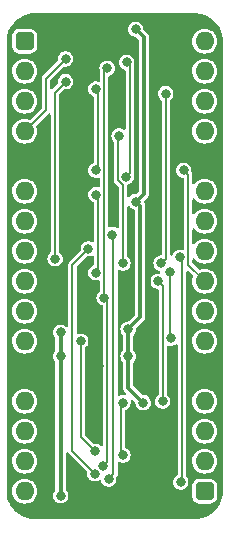
<source format=gbr>
%TF.GenerationSoftware,KiCad,Pcbnew,7.0.5*%
%TF.CreationDate,2024-01-22T11:39:12+02:00*%
%TF.ProjectId,Blank and Sync,426c616e-6b20-4616-9e64-2053796e632e,rev?*%
%TF.SameCoordinates,Original*%
%TF.FileFunction,Copper,L2,Bot*%
%TF.FilePolarity,Positive*%
%FSLAX46Y46*%
G04 Gerber Fmt 4.6, Leading zero omitted, Abs format (unit mm)*
G04 Created by KiCad (PCBNEW 7.0.5) date 2024-01-22 11:39:12*
%MOMM*%
%LPD*%
G01*
G04 APERTURE LIST*
G04 Aperture macros list*
%AMRoundRect*
0 Rectangle with rounded corners*
0 $1 Rounding radius*
0 $2 $3 $4 $5 $6 $7 $8 $9 X,Y pos of 4 corners*
0 Add a 4 corners polygon primitive as box body*
4,1,4,$2,$3,$4,$5,$6,$7,$8,$9,$2,$3,0*
0 Add four circle primitives for the rounded corners*
1,1,$1+$1,$2,$3*
1,1,$1+$1,$4,$5*
1,1,$1+$1,$6,$7*
1,1,$1+$1,$8,$9*
0 Add four rect primitives between the rounded corners*
20,1,$1+$1,$2,$3,$4,$5,0*
20,1,$1+$1,$4,$5,$6,$7,0*
20,1,$1+$1,$6,$7,$8,$9,0*
20,1,$1+$1,$8,$9,$2,$3,0*%
G04 Aperture macros list end*
%TA.AperFunction,ComponentPad*%
%ADD10RoundRect,0.400000X-0.400000X-0.400000X0.400000X-0.400000X0.400000X0.400000X-0.400000X0.400000X0*%
%TD*%
%TA.AperFunction,ComponentPad*%
%ADD11O,1.600000X1.600000*%
%TD*%
%TA.AperFunction,ComponentPad*%
%ADD12R,1.600000X1.600000*%
%TD*%
%TA.AperFunction,ViaPad*%
%ADD13C,0.800000*%
%TD*%
%TA.AperFunction,Conductor*%
%ADD14C,0.380000*%
%TD*%
%TA.AperFunction,Conductor*%
%ADD15C,0.200000*%
%TD*%
G04 APERTURE END LIST*
D10*
%TO.P,J1,1,Pin_1*%
%TO.N,/5V*%
X114300000Y-53340000D03*
D11*
%TO.P,J1,2,Pin_2*%
%TO.N,unconnected-(J1-Pin_2-Pad2)*%
X114300000Y-55880000D03*
%TO.P,J1,3,Pin_3*%
%TO.N,unconnected-(J1-Pin_3-Pad3)*%
X114300000Y-58420000D03*
%TO.P,J1,4,Pin_4*%
%TO.N,/~{Front Porch Start} _{CMP}*%
X114300000Y-60960000D03*
D12*
%TO.P,J1,5,Pin_5*%
%TO.N,/GND*%
X114300000Y-63500000D03*
D11*
%TO.P,J1,6,Pin_6*%
%TO.N,/~{Sync Start} _{CMP}*%
X114300000Y-66040000D03*
%TO.P,J1,7,Pin_7*%
%TO.N,unconnected-(J1-Pin_7-Pad7)*%
X114300000Y-68580000D03*
%TO.P,J1,8,Pin_8*%
%TO.N,/~{CLK}*%
X114300000Y-71120000D03*
%TO.P,J1,9,Pin_9*%
%TO.N,unconnected-(J1-Pin_9-Pad9)*%
X114300000Y-73660000D03*
%TO.P,J1,10,Pin_10*%
%TO.N,unconnected-(J1-Pin_10-Pad10)*%
X114300000Y-76200000D03*
%TO.P,J1,11,Pin_11*%
%TO.N,/~{Back Porch Start} _{CMP}*%
X114300000Y-78740000D03*
D12*
%TO.P,J1,12,Pin_12*%
%TO.N,/GND*%
X114300000Y-81280000D03*
D11*
%TO.P,J1,13,Pin_13*%
%TO.N,/~{Back Porch End} _{CMP}*%
X114300000Y-83820000D03*
%TO.P,J1,14,Pin_14*%
%TO.N,unconnected-(J1-Pin_14-Pad14)*%
X114300000Y-86360000D03*
%TO.P,J1,15,Pin_15*%
%TO.N,unconnected-(J1-Pin_15-Pad15)*%
X114300000Y-88900000D03*
%TO.P,J1,16,Pin_16*%
%TO.N,unconnected-(J1-Pin_16-Pad16)*%
X114300000Y-91440000D03*
D10*
%TO.P,J1,17,Pin_17*%
%TO.N,/5V*%
X129540000Y-91440000D03*
D11*
%TO.P,J1,18,Pin_18*%
%TO.N,unconnected-(J1-Pin_18-Pad18)*%
X129540000Y-88900000D03*
%TO.P,J1,19,Pin_19*%
%TO.N,unconnected-(J1-Pin_19-Pad19)*%
X129540000Y-86360000D03*
%TO.P,J1,20,Pin_20*%
%TO.N,/~{Sync}*%
X129540000Y-83820000D03*
D12*
%TO.P,J1,21,Pin_21*%
%TO.N,/GND*%
X129540000Y-81280000D03*
D11*
%TO.P,J1,22,Pin_22*%
%TO.N,/Sync*%
X129540000Y-78740000D03*
%TO.P,J1,23,Pin_23*%
%TO.N,unconnected-(J1-Pin_23-Pad23)*%
X129540000Y-76200000D03*
%TO.P,J1,24,Pin_24*%
%TO.N,/Last + 1*%
X129540000Y-73660000D03*
%TO.P,J1,25,Pin_25*%
%TO.N,/First*%
X129540000Y-71120000D03*
%TO.P,J1,26,Pin_26*%
%TO.N,unconnected-(J1-Pin_26-Pad26)*%
X129540000Y-68580000D03*
%TO.P,J1,27,Pin_27*%
%TO.N,/~{Blank}*%
X129540000Y-66040000D03*
D12*
%TO.P,J1,28,Pin_28*%
%TO.N,/GND*%
X129540000Y-63500000D03*
D11*
%TO.P,J1,29,Pin_29*%
%TO.N,/Blank*%
X129540000Y-60960000D03*
%TO.P,J1,30,Pin_30*%
%TO.N,unconnected-(J1-Pin_30-Pad30)*%
X129540000Y-58420000D03*
%TO.P,J1,31,Pin_31*%
%TO.N,unconnected-(J1-Pin_31-Pad31)*%
X129540000Y-55880000D03*
%TO.P,J1,32,Pin_32*%
%TO.N,unconnected-(J1-Pin_32-Pad32)*%
X129540000Y-53340000D03*
%TD*%
D13*
%TO.N,/5V*%
X117348002Y-77977998D03*
X117348000Y-91821000D03*
X117348000Y-80010000D03*
%TO.N,/GND*%
X120461000Y-76708000D03*
X120396000Y-85471000D03*
X125349000Y-59563000D03*
X125095000Y-67056000D03*
X124968000Y-80899000D03*
X125349000Y-62992000D03*
X124968000Y-77724000D03*
X120396000Y-82804000D03*
X120585000Y-80856123D03*
%TO.N,/3.3V*%
X123698000Y-66929000D03*
X124333000Y-83947000D03*
X123063000Y-77724000D03*
X123063000Y-80010008D03*
X123698000Y-52323988D03*
%TO.N,/~{Front Porch Start} _{CMP}*%
X117757000Y-54834000D03*
%TO.N,/~{CLK}*%
X120965988Y-89281000D03*
X121031006Y-75057000D03*
X121285000Y-55626000D03*
%TO.N,/~{Front Porch Start}*%
X116868000Y-71752125D03*
X117757000Y-56769000D03*
%TO.N,/~{Sync Start}*%
X126238010Y-57785000D03*
X125857000Y-72136000D03*
%TO.N,/~{Sync Start} _{CMP}*%
X122936000Y-55118000D03*
X122893477Y-64815378D03*
%TO.N,/~{Back Porch Start} _{CMP}*%
X119045008Y-78740000D03*
X120265988Y-88067742D03*
%TO.N,/~{Back Porch Start}*%
X120237359Y-89965901D03*
X119683220Y-70915220D03*
%TO.N,/~{Back Porch End}*%
X121731006Y-69715915D03*
X121412000Y-90424000D03*
%TO.N,/~{Back Porch End} _{CMP}*%
X122620000Y-88392000D03*
X122620000Y-83947000D03*
%TO.N,/Blank*%
X122286065Y-61346974D03*
X122620000Y-72136000D03*
%TO.N,/~{Blank}*%
X120331006Y-72945927D03*
X120331006Y-66332091D03*
%TO.N,/~{Sync}*%
X125984000Y-83820000D03*
X125602997Y-73659997D03*
%TO.N,/Sync*%
X126681000Y-78486000D03*
X126619000Y-72898000D03*
%TO.N,/Last + 1*%
X127762000Y-64262000D03*
X120331006Y-57390692D03*
X120331006Y-64262000D03*
%TO.N,/First*%
X127508000Y-90678000D03*
X127443000Y-71628000D03*
%TD*%
D14*
%TO.N,/5V*%
X117348000Y-77978000D02*
X117348002Y-77977998D01*
X117348000Y-91821000D02*
X117348000Y-80010000D01*
X117348000Y-80010000D02*
X117348000Y-77978000D01*
%TO.N,/GND*%
X125095000Y-67056000D02*
X125349000Y-66802000D01*
X125349000Y-66802000D02*
X125349000Y-62992000D01*
X120396004Y-76772996D02*
X120396004Y-80667127D01*
X124968000Y-75311000D02*
X124812997Y-75155997D01*
X120461000Y-76708000D02*
X120396004Y-76772996D01*
X124968000Y-77724000D02*
X124968000Y-80899000D01*
X124968000Y-77724000D02*
X124968000Y-75311000D01*
X125349000Y-62992000D02*
X125349000Y-59563000D01*
X120396000Y-82804000D02*
X120396000Y-85471000D01*
X124812997Y-67338003D02*
X125095000Y-67056000D01*
X124812997Y-75155997D02*
X124812997Y-67338003D01*
X120396004Y-80667127D02*
X120585000Y-80856123D01*
%TO.N,/3.3V*%
X123063000Y-80010008D02*
X123063000Y-82677000D01*
X124079000Y-67310000D02*
X123698000Y-66929000D01*
X124378016Y-53004004D02*
X123698000Y-52323988D01*
X123063000Y-77724000D02*
X123063000Y-80010008D01*
X123698000Y-66929000D02*
X124378016Y-66248984D01*
X124378016Y-66248984D02*
X124378016Y-53004004D01*
X123063000Y-82677000D02*
X124333000Y-83947000D01*
X123063000Y-77724000D02*
X124079000Y-76708000D01*
X124079000Y-76708000D02*
X124079000Y-67310000D01*
D15*
%TO.N,/~{Front Porch Start} _{CMP}*%
X114300000Y-60960000D02*
X116078000Y-59182000D01*
X116078000Y-56513000D02*
X117757000Y-54834000D01*
X116078000Y-59182000D02*
X116078000Y-56513000D01*
%TO.N,/~{CLK}*%
X121285000Y-75310994D02*
X121031006Y-75057000D01*
X120965988Y-89281000D02*
X121285000Y-88961988D01*
X121285000Y-88961988D02*
X121285000Y-75310994D01*
X121031006Y-75057000D02*
X121031006Y-55879994D01*
X121031006Y-55879994D02*
X121285000Y-55626000D01*
%TO.N,/~{Front Porch Start}*%
X116840000Y-57686000D02*
X117757000Y-56769000D01*
X116868000Y-71752125D02*
X116840000Y-71724125D01*
X116840000Y-71724125D02*
X116840000Y-57686000D01*
%TO.N,/~{Sync Start}*%
X126238000Y-57785010D02*
X126238010Y-57785000D01*
X126238000Y-71755000D02*
X126238000Y-57785010D01*
X125857000Y-72136000D02*
X126238000Y-71755000D01*
%TO.N,/~{Sync Start} _{CMP}*%
X123190000Y-64518855D02*
X122893477Y-64815378D01*
X122936000Y-55118000D02*
X123190000Y-55372000D01*
X123190000Y-55372000D02*
X123190000Y-64518855D01*
%TO.N,/~{Back Porch Start} _{CMP}*%
X119045008Y-78740000D02*
X119045000Y-78740008D01*
X119045000Y-86846754D02*
X120265988Y-88067742D01*
X119045000Y-78740008D02*
X119045000Y-86846754D01*
%TO.N,/~{Back Porch Start}*%
X120237359Y-89965901D02*
X118345000Y-88073542D01*
X118345000Y-72253440D02*
X119683220Y-70915220D01*
X118345000Y-88073542D02*
X118345000Y-72253440D01*
%TO.N,/~{Back Porch End}*%
X121412000Y-90424000D02*
X121812000Y-90024000D01*
X121812000Y-90024000D02*
X121812000Y-69796909D01*
X121812000Y-69796909D02*
X121731006Y-69715915D01*
%TO.N,/~{Back Porch End} _{CMP}*%
X122428000Y-88200000D02*
X122428000Y-84139000D01*
X122428000Y-84139000D02*
X122620000Y-83947000D01*
X122620000Y-88392000D02*
X122428000Y-88200000D01*
%TO.N,/Blank*%
X122193477Y-61439562D02*
X122286065Y-61346974D01*
X122193477Y-65105328D02*
X122193477Y-61439562D01*
X122620000Y-72136000D02*
X122620000Y-65531851D01*
X122620000Y-65531851D02*
X122193477Y-65105328D01*
%TO.N,/~{Blank}*%
X120529804Y-72747129D02*
X120529804Y-66530889D01*
X120331006Y-72945927D02*
X120529804Y-72747129D01*
X120529804Y-66530889D02*
X120331006Y-66332091D01*
%TO.N,/~{Sync}*%
X125981000Y-83817000D02*
X125981000Y-74038000D01*
X125984000Y-83820000D02*
X125981000Y-83817000D01*
X125981000Y-74038000D02*
X125602997Y-73659997D01*
%TO.N,/Sync*%
X126619000Y-72898000D02*
X126619000Y-78424000D01*
X126619000Y-78424000D02*
X126681000Y-78486000D01*
%TO.N,/Last + 1*%
X129540000Y-73660000D02*
X128143000Y-72263000D01*
X128143000Y-72263000D02*
X128143000Y-64643000D01*
X120523000Y-64070006D02*
X120523000Y-57582686D01*
X128143000Y-64643000D02*
X127762000Y-64262000D01*
X120523000Y-57582686D02*
X120331006Y-57390692D01*
X120331006Y-64262000D02*
X120523000Y-64070006D01*
%TO.N,/First*%
X127635000Y-90551000D02*
X127635000Y-71820000D01*
X127635000Y-71820000D02*
X127443000Y-71628000D01*
X127508000Y-90678000D02*
X127635000Y-90551000D01*
%TD*%
%TA.AperFunction,Conductor*%
%TO.N,/GND*%
G36*
X120131238Y-71496596D02*
G01*
X120172182Y-71553211D01*
X120179303Y-71594626D01*
X120179303Y-72217048D01*
X120159618Y-72284087D01*
X120106814Y-72329842D01*
X120099286Y-72332986D01*
X120098639Y-72333231D01*
X119958768Y-72406642D01*
X119840522Y-72511398D01*
X119750787Y-72641402D01*
X119750786Y-72641403D01*
X119694768Y-72789108D01*
X119675728Y-72945926D01*
X119675728Y-72945927D01*
X119694768Y-73102745D01*
X119750786Y-73250449D01*
X119750786Y-73250450D01*
X119840523Y-73380457D01*
X119958766Y-73485210D01*
X119958768Y-73485211D01*
X120098640Y-73558623D01*
X120252020Y-73596427D01*
X120252021Y-73596427D01*
X120409991Y-73596427D01*
X120526831Y-73567629D01*
X120596634Y-73570698D01*
X120653696Y-73611018D01*
X120679901Y-73675788D01*
X120680506Y-73688026D01*
X120680506Y-74442649D01*
X120660821Y-74509688D01*
X120638734Y-74535462D01*
X120636230Y-74537682D01*
X120540522Y-74622471D01*
X120450787Y-74752475D01*
X120450786Y-74752476D01*
X120394768Y-74900181D01*
X120375728Y-75056999D01*
X120375728Y-75057000D01*
X120394768Y-75213818D01*
X120435916Y-75322315D01*
X120450786Y-75361523D01*
X120540523Y-75491530D01*
X120658766Y-75596283D01*
X120798641Y-75669696D01*
X120840174Y-75679932D01*
X120900554Y-75715087D01*
X120932344Y-75777305D01*
X120934500Y-75800329D01*
X120934500Y-87515415D01*
X120914815Y-87582454D01*
X120862011Y-87628209D01*
X120792853Y-87638153D01*
X120729297Y-87609128D01*
X120728274Y-87608231D01*
X120638228Y-87528459D01*
X120638226Y-87528457D01*
X120498353Y-87455045D01*
X120344974Y-87417242D01*
X120344973Y-87417242D01*
X120187003Y-87417242D01*
X120187001Y-87417242D01*
X120179560Y-87418146D01*
X120179172Y-87414951D01*
X120123650Y-87412218D01*
X120076712Y-87382784D01*
X119431818Y-86737890D01*
X119398333Y-86676567D01*
X119395499Y-86650209D01*
X119395499Y-83025287D01*
X119395499Y-79354354D01*
X119415184Y-79287319D01*
X119437270Y-79261544D01*
X119535491Y-79174530D01*
X119625228Y-79044523D01*
X119681245Y-78896818D01*
X119700286Y-78740000D01*
X119681245Y-78583182D01*
X119625228Y-78435477D01*
X119535491Y-78305470D01*
X119417248Y-78200717D01*
X119417246Y-78200716D01*
X119417245Y-78200715D01*
X119277373Y-78127303D01*
X119123994Y-78089500D01*
X119123993Y-78089500D01*
X118966023Y-78089500D01*
X118966022Y-78089500D01*
X118849174Y-78118299D01*
X118779372Y-78115229D01*
X118722310Y-78074909D01*
X118696105Y-78010139D01*
X118695500Y-77997902D01*
X118695500Y-72449982D01*
X118715185Y-72382943D01*
X118731815Y-72362305D01*
X119493944Y-71600175D01*
X119555265Y-71566692D01*
X119596490Y-71567259D01*
X119596787Y-71564816D01*
X119604233Y-71565720D01*
X119604235Y-71565720D01*
X119762205Y-71565720D01*
X119915585Y-71527916D01*
X119997678Y-71484829D01*
X120066184Y-71471104D01*
X120131238Y-71496596D01*
G37*
%TD.AperFunction*%
%TA.AperFunction,Conductor*%
G36*
X123175703Y-67324368D02*
G01*
X123196548Y-67347638D01*
X123207517Y-67363530D01*
X123325760Y-67468283D01*
X123325762Y-67468284D01*
X123465634Y-67541696D01*
X123492215Y-67548247D01*
X123544174Y-67561053D01*
X123604554Y-67596208D01*
X123636344Y-67658427D01*
X123638500Y-67681450D01*
X123638500Y-76474176D01*
X123618815Y-76541215D01*
X123602181Y-76561857D01*
X123126858Y-77037181D01*
X123065535Y-77070666D01*
X123039177Y-77073500D01*
X122984014Y-77073500D01*
X122830634Y-77111303D01*
X122690762Y-77184715D01*
X122572516Y-77289471D01*
X122482781Y-77419475D01*
X122482780Y-77419476D01*
X122426762Y-77567181D01*
X122409596Y-77708565D01*
X122405139Y-77718919D01*
X122405477Y-77719445D01*
X122409596Y-77739434D01*
X122426762Y-77880818D01*
X122482780Y-78028523D01*
X122482781Y-78028524D01*
X122569079Y-78153550D01*
X122572517Y-78158530D01*
X122580723Y-78165800D01*
X122617852Y-78224987D01*
X122622500Y-78258618D01*
X122622500Y-79475389D01*
X122602815Y-79542428D01*
X122580727Y-79568204D01*
X122572518Y-79575476D01*
X122482781Y-79705483D01*
X122482780Y-79705484D01*
X122426762Y-79853189D01*
X122409596Y-79994573D01*
X122405139Y-80004927D01*
X122405477Y-80005453D01*
X122409596Y-80025442D01*
X122426762Y-80166826D01*
X122482777Y-80314523D01*
X122482780Y-80314531D01*
X122572517Y-80444538D01*
X122580726Y-80451811D01*
X122617853Y-80511000D01*
X122622499Y-80544626D01*
X122622499Y-82648771D01*
X122622109Y-82655717D01*
X122617834Y-82693657D01*
X122624269Y-82727661D01*
X122628438Y-82749698D01*
X122628821Y-82751952D01*
X122637315Y-82808305D01*
X122639781Y-82816301D01*
X122642521Y-82824130D01*
X122669145Y-82874504D01*
X122670190Y-82876574D01*
X122694930Y-82927948D01*
X122699586Y-82934778D01*
X122704569Y-82941528D01*
X122704571Y-82941532D01*
X122744876Y-82981837D01*
X122746459Y-82983481D01*
X122785250Y-83025287D01*
X122792516Y-83031081D01*
X122791978Y-83031754D01*
X122804072Y-83041033D01*
X122862948Y-83099909D01*
X122896433Y-83161232D01*
X122891449Y-83230924D01*
X122849577Y-83286857D01*
X122784113Y-83311274D01*
X122745593Y-83307987D01*
X122698986Y-83296500D01*
X122698985Y-83296500D01*
X122541015Y-83296500D01*
X122541014Y-83296500D01*
X122387634Y-83334303D01*
X122344126Y-83357139D01*
X122275618Y-83370865D01*
X122210565Y-83345373D01*
X122169620Y-83288757D01*
X122162500Y-83247343D01*
X122162500Y-80040388D01*
X122170519Y-80013078D01*
X122164179Y-79999966D01*
X122162500Y-79979627D01*
X122162500Y-77754380D01*
X122170519Y-77727070D01*
X122164179Y-77713958D01*
X122162500Y-77693619D01*
X122162500Y-72835656D01*
X122182185Y-72768617D01*
X122234989Y-72722862D01*
X122304147Y-72712918D01*
X122344125Y-72725860D01*
X122387635Y-72748696D01*
X122387634Y-72748696D01*
X122541014Y-72786500D01*
X122541015Y-72786500D01*
X122698985Y-72786500D01*
X122852365Y-72748696D01*
X122852364Y-72748695D01*
X122992240Y-72675283D01*
X123110483Y-72570530D01*
X123200220Y-72440523D01*
X123256237Y-72292818D01*
X123275278Y-72136000D01*
X123274707Y-72131293D01*
X123256237Y-71979181D01*
X123213468Y-71866410D01*
X123200220Y-71831477D01*
X123110483Y-71701470D01*
X123012272Y-71614463D01*
X122975147Y-71555276D01*
X122970500Y-71521649D01*
X122970500Y-67418081D01*
X122990185Y-67351042D01*
X123042989Y-67305287D01*
X123112147Y-67295343D01*
X123175703Y-67324368D01*
G37*
%TD.AperFunction*%
%TD*%
%TA.AperFunction,NonConductor*%
G36*
X128706138Y-50976880D02*
G01*
X128706155Y-50976881D01*
X128985390Y-50993767D01*
X128992823Y-50994671D01*
X129017541Y-50999200D01*
X129266153Y-51044757D01*
X129273415Y-51046548D01*
X129538710Y-51129215D01*
X129545716Y-51131872D01*
X129799109Y-51245911D01*
X129805740Y-51249391D01*
X130043553Y-51393152D01*
X130049700Y-51397395D01*
X130268452Y-51568773D01*
X130274049Y-51573733D01*
X130470543Y-51770224D01*
X130475513Y-51775833D01*
X130646879Y-51994564D01*
X130651136Y-52000731D01*
X130794893Y-52238532D01*
X130798375Y-52245167D01*
X130912419Y-52498557D01*
X130915072Y-52505551D01*
X130993900Y-52758518D01*
X130997742Y-52770847D01*
X130999535Y-52778123D01*
X131049624Y-53051448D01*
X131050527Y-53058887D01*
X131067386Y-53337568D01*
X131067499Y-53341313D01*
X131067499Y-91438138D01*
X131067386Y-91441883D01*
X131050494Y-91721108D01*
X131049591Y-91728547D01*
X130999504Y-92001864D01*
X130997711Y-92009140D01*
X130915044Y-92274428D01*
X130912386Y-92281435D01*
X130798348Y-92534815D01*
X130794865Y-92541451D01*
X130651111Y-92779246D01*
X130646854Y-92785413D01*
X130475489Y-93004143D01*
X130470519Y-93009752D01*
X130274032Y-93206237D01*
X130268423Y-93211206D01*
X130049687Y-93382573D01*
X130043520Y-93386830D01*
X129805730Y-93530576D01*
X129799095Y-93534058D01*
X129545708Y-93648095D01*
X129538702Y-93650752D01*
X129273405Y-93733419D01*
X129266129Y-93735213D01*
X128992820Y-93785295D01*
X128985381Y-93786199D01*
X128705610Y-93803119D01*
X128701867Y-93803232D01*
X115137604Y-93803232D01*
X115133861Y-93803119D01*
X114854615Y-93786232D01*
X114847175Y-93785328D01*
X114573860Y-93735245D01*
X114566584Y-93733451D01*
X114301288Y-93650784D01*
X114294282Y-93648127D01*
X114040890Y-93534087D01*
X114034255Y-93530605D01*
X113796457Y-93386854D01*
X113790295Y-93382601D01*
X113571549Y-93211227D01*
X113565950Y-93206266D01*
X113369456Y-93009775D01*
X113364490Y-93004171D01*
X113193120Y-92785435D01*
X113188863Y-92779268D01*
X113165633Y-92740842D01*
X113045096Y-92541451D01*
X113041632Y-92534851D01*
X112927577Y-92281432D01*
X112924930Y-92274455D01*
X112842254Y-92009140D01*
X112840463Y-92001873D01*
X112790375Y-91728551D01*
X112789471Y-91721112D01*
X112786027Y-91664182D01*
X112772613Y-91442411D01*
X112772540Y-91440000D01*
X113244417Y-91440000D01*
X113246632Y-91462497D01*
X113264699Y-91645932D01*
X113287505Y-91721112D01*
X113324768Y-91843954D01*
X113422315Y-92026450D01*
X113422317Y-92026452D01*
X113553589Y-92186410D01*
X113637811Y-92255528D01*
X113713550Y-92317685D01*
X113896046Y-92415232D01*
X114094066Y-92475300D01*
X114094065Y-92475300D01*
X114112529Y-92477118D01*
X114300000Y-92495583D01*
X114505934Y-92475300D01*
X114703954Y-92415232D01*
X114886450Y-92317685D01*
X115046410Y-92186410D01*
X115177685Y-92026450D01*
X115275232Y-91843954D01*
X115282195Y-91821000D01*
X116692721Y-91821000D01*
X116711762Y-91977818D01*
X116758251Y-92100398D01*
X116767780Y-92125523D01*
X116857517Y-92255530D01*
X116975760Y-92360283D01*
X116975762Y-92360284D01*
X117115634Y-92433696D01*
X117269014Y-92471500D01*
X117269015Y-92471500D01*
X117426985Y-92471500D01*
X117580365Y-92433696D01*
X117580365Y-92433695D01*
X117720240Y-92360283D01*
X117838483Y-92255530D01*
X117928220Y-92125523D01*
X117984237Y-91977818D01*
X117992994Y-91905701D01*
X128489500Y-91905701D01*
X128492401Y-91942567D01*
X128492402Y-91942573D01*
X128538254Y-92100393D01*
X128538255Y-92100396D01*
X128538256Y-92100398D01*
X128575681Y-92163681D01*
X128621917Y-92241862D01*
X128621923Y-92241870D01*
X128738129Y-92358076D01*
X128738133Y-92358079D01*
X128738135Y-92358081D01*
X128879602Y-92441744D01*
X128921224Y-92453836D01*
X129037426Y-92487597D01*
X129037429Y-92487597D01*
X129037431Y-92487598D01*
X129074306Y-92490500D01*
X129074314Y-92490500D01*
X130005686Y-92490500D01*
X130005694Y-92490500D01*
X130042569Y-92487598D01*
X130042571Y-92487597D01*
X130042573Y-92487597D01*
X130097978Y-92471500D01*
X130200398Y-92441744D01*
X130341865Y-92358081D01*
X130458081Y-92241865D01*
X130541744Y-92100398D01*
X130587598Y-91942569D01*
X130590500Y-91905694D01*
X130590500Y-90974306D01*
X130587598Y-90937431D01*
X130541744Y-90779602D01*
X130458081Y-90638135D01*
X130458079Y-90638133D01*
X130458076Y-90638129D01*
X130341870Y-90521923D01*
X130341862Y-90521917D01*
X130245229Y-90464769D01*
X130200398Y-90438256D01*
X130200397Y-90438255D01*
X130200396Y-90438255D01*
X130200393Y-90438254D01*
X130042573Y-90392402D01*
X130042567Y-90392401D01*
X130005701Y-90389500D01*
X130005694Y-90389500D01*
X129074306Y-90389500D01*
X129074298Y-90389500D01*
X129037432Y-90392401D01*
X129037426Y-90392402D01*
X128879606Y-90438254D01*
X128879603Y-90438255D01*
X128738137Y-90521917D01*
X128738129Y-90521923D01*
X128621923Y-90638129D01*
X128621917Y-90638137D01*
X128538255Y-90779603D01*
X128538254Y-90779606D01*
X128492402Y-90937426D01*
X128492401Y-90937432D01*
X128489500Y-90974298D01*
X128489500Y-91905701D01*
X117992994Y-91905701D01*
X118003278Y-91821000D01*
X117991605Y-91724859D01*
X117984237Y-91664181D01*
X117962992Y-91608163D01*
X117928220Y-91516477D01*
X117838483Y-91386470D01*
X117838481Y-91386468D01*
X117830273Y-91379196D01*
X117793146Y-91320007D01*
X117788500Y-91286381D01*
X117788500Y-88271309D01*
X117808185Y-88204270D01*
X117860989Y-88158515D01*
X117930147Y-88148571D01*
X117993703Y-88177596D01*
X118021555Y-88212292D01*
X118025410Y-88219417D01*
X118032692Y-88232874D01*
X118033864Y-88235150D01*
X118055802Y-88280026D01*
X118055804Y-88280028D01*
X118060071Y-88286006D01*
X118064582Y-88291801D01*
X118101341Y-88325640D01*
X118103190Y-88327414D01*
X119556668Y-89780891D01*
X119590153Y-89842214D01*
X119592083Y-89883517D01*
X119582080Y-89965900D01*
X119582081Y-89965901D01*
X119601121Y-90122719D01*
X119657138Y-90270423D01*
X119657139Y-90270424D01*
X119746876Y-90400431D01*
X119865119Y-90505184D01*
X119865121Y-90505185D01*
X120004993Y-90578597D01*
X120158373Y-90616401D01*
X120158374Y-90616401D01*
X120316344Y-90616401D01*
X120469724Y-90578597D01*
X120600323Y-90510052D01*
X120668828Y-90496327D01*
X120733882Y-90521819D01*
X120773889Y-90575878D01*
X120797498Y-90638129D01*
X120831780Y-90728523D01*
X120921517Y-90858530D01*
X121039760Y-90963283D01*
X121039762Y-90963284D01*
X121179634Y-91036696D01*
X121333014Y-91074500D01*
X121333015Y-91074500D01*
X121490985Y-91074500D01*
X121644365Y-91036696D01*
X121645609Y-91036043D01*
X121784240Y-90963283D01*
X121902483Y-90858530D01*
X121992220Y-90728523D01*
X122048237Y-90580818D01*
X122067278Y-90424000D01*
X122057065Y-90339890D01*
X122068525Y-90270967D01*
X122079240Y-90252895D01*
X122080370Y-90251311D01*
X122080375Y-90251307D01*
X122092324Y-90234569D01*
X122093791Y-90232601D01*
X122124517Y-90193126D01*
X122124519Y-90193118D01*
X122128017Y-90186656D01*
X122131235Y-90180071D01*
X122131239Y-90180067D01*
X122145500Y-90132163D01*
X122146270Y-90129763D01*
X122152033Y-90112974D01*
X122162500Y-90082488D01*
X122162500Y-90082483D01*
X122163706Y-90075256D01*
X122164617Y-90067952D01*
X122162553Y-90018051D01*
X122162500Y-90015489D01*
X122162500Y-89091656D01*
X122182185Y-89024617D01*
X122234989Y-88978862D01*
X122304147Y-88968918D01*
X122344125Y-88981860D01*
X122387635Y-89004696D01*
X122387634Y-89004696D01*
X122541014Y-89042500D01*
X122541015Y-89042500D01*
X122698985Y-89042500D01*
X122852365Y-89004696D01*
X122920533Y-88968918D01*
X122992240Y-88931283D01*
X123110483Y-88826530D01*
X123200220Y-88696523D01*
X123256237Y-88548818D01*
X123275278Y-88392000D01*
X123256237Y-88235182D01*
X123255783Y-88233986D01*
X123214102Y-88124082D01*
X123200220Y-88087477D01*
X123110483Y-87957470D01*
X122992240Y-87852717D01*
X122992238Y-87852716D01*
X122992237Y-87852715D01*
X122845724Y-87775818D01*
X122847172Y-87773058D01*
X122802778Y-87739398D01*
X122778764Y-87673785D01*
X122778500Y-87665699D01*
X122778500Y-84673299D01*
X122798185Y-84606260D01*
X122846403Y-84564478D01*
X122845723Y-84563182D01*
X122852365Y-84559696D01*
X122992240Y-84486283D01*
X123110483Y-84381530D01*
X123200220Y-84251523D01*
X123256237Y-84103818D01*
X123275278Y-83947000D01*
X123258506Y-83808870D01*
X123269966Y-83739948D01*
X123316870Y-83688162D01*
X123384326Y-83669955D01*
X123450917Y-83691107D01*
X123469283Y-83706244D01*
X123642998Y-83879959D01*
X123676483Y-83941282D01*
X123678413Y-83952693D01*
X123696763Y-84103819D01*
X123742324Y-84223954D01*
X123752780Y-84251523D01*
X123842517Y-84381530D01*
X123960760Y-84486283D01*
X123960762Y-84486284D01*
X124100634Y-84559696D01*
X124254014Y-84597500D01*
X124254015Y-84597500D01*
X124411985Y-84597500D01*
X124565365Y-84559696D01*
X124565364Y-84559696D01*
X124705240Y-84486283D01*
X124823483Y-84381530D01*
X124913220Y-84251523D01*
X124969237Y-84103818D01*
X124988278Y-83947000D01*
X124972858Y-83819999D01*
X124969237Y-83790181D01*
X124947992Y-83734164D01*
X124913220Y-83642477D01*
X124823483Y-83512470D01*
X124705240Y-83407717D01*
X124705238Y-83407716D01*
X124705237Y-83407715D01*
X124565365Y-83334303D01*
X124411986Y-83296500D01*
X124411985Y-83296500D01*
X124356823Y-83296500D01*
X124289784Y-83276815D01*
X124269142Y-83260181D01*
X123539818Y-82530857D01*
X123506333Y-82469534D01*
X123503500Y-82443185D01*
X123503500Y-80544625D01*
X123523185Y-80477586D01*
X123545274Y-80451809D01*
X123553483Y-80444538D01*
X123643220Y-80314531D01*
X123699237Y-80166826D01*
X123718278Y-80010008D01*
X123699237Y-79853190D01*
X123643220Y-79705485D01*
X123553483Y-79575478D01*
X123553472Y-79575468D01*
X123545273Y-79568204D01*
X123508146Y-79509015D01*
X123503500Y-79475389D01*
X123503500Y-78258618D01*
X123523185Y-78191579D01*
X123545274Y-78165801D01*
X123553483Y-78158530D01*
X123643220Y-78028523D01*
X123699237Y-77880818D01*
X123717587Y-77729690D01*
X123745207Y-77665515D01*
X123752990Y-77656969D01*
X124370528Y-77039431D01*
X124375696Y-77034812D01*
X124405557Y-77011001D01*
X124437694Y-76963862D01*
X124438982Y-76962046D01*
X124472852Y-76916157D01*
X124472853Y-76916155D01*
X124476743Y-76908794D01*
X124480356Y-76901289D01*
X124480360Y-76901285D01*
X124497161Y-76846811D01*
X124497885Y-76844614D01*
X124516710Y-76790819D01*
X124516710Y-76790812D01*
X124518255Y-76782650D01*
X124519500Y-76774394D01*
X124519500Y-76717403D01*
X124519542Y-76715121D01*
X124521675Y-76658123D01*
X124521674Y-76658122D01*
X124520635Y-76648894D01*
X124521488Y-76648797D01*
X124519500Y-76633682D01*
X124519500Y-73659997D01*
X124947719Y-73659997D01*
X124966759Y-73816815D01*
X124985388Y-73865934D01*
X125022777Y-73964520D01*
X125112514Y-74094527D01*
X125230757Y-74199280D01*
X125230759Y-74199281D01*
X125370631Y-74272693D01*
X125531294Y-74312292D01*
X125530818Y-74314221D01*
X125585615Y-74337800D01*
X125624677Y-74395731D01*
X125630499Y-74433281D01*
X125630499Y-83208307D01*
X125610814Y-83275346D01*
X125588726Y-83301123D01*
X125493516Y-83385470D01*
X125403781Y-83515475D01*
X125403780Y-83515476D01*
X125347762Y-83663181D01*
X125328721Y-83819999D01*
X125328721Y-83820000D01*
X125347762Y-83976818D01*
X125366389Y-84025932D01*
X125403780Y-84124523D01*
X125493517Y-84254530D01*
X125611760Y-84359283D01*
X125611762Y-84359284D01*
X125751634Y-84432696D01*
X125905014Y-84470500D01*
X125905015Y-84470500D01*
X126062985Y-84470500D01*
X126216365Y-84432696D01*
X126313852Y-84381530D01*
X126356240Y-84359283D01*
X126474483Y-84254530D01*
X126564220Y-84124523D01*
X126620237Y-83976818D01*
X126639278Y-83820000D01*
X126635658Y-83790182D01*
X126620237Y-83663181D01*
X126598992Y-83607163D01*
X126564220Y-83515477D01*
X126474483Y-83385470D01*
X126373272Y-83295806D01*
X126336146Y-83236617D01*
X126331500Y-83202991D01*
X126331500Y-79228099D01*
X126351185Y-79161060D01*
X126403989Y-79115305D01*
X126473147Y-79105361D01*
X126485172Y-79107701D01*
X126602015Y-79136500D01*
X126759985Y-79136500D01*
X126913365Y-79098696D01*
X127053238Y-79025284D01*
X127053237Y-79025284D01*
X127053240Y-79025283D01*
X127078272Y-79003106D01*
X127141506Y-78973384D01*
X127210769Y-78982567D01*
X127264073Y-79027740D01*
X127284493Y-79094559D01*
X127284500Y-79095921D01*
X127284500Y-89985690D01*
X127264815Y-90052729D01*
X127218127Y-90095486D01*
X127135761Y-90138716D01*
X127017516Y-90243471D01*
X126927781Y-90373475D01*
X126927780Y-90373476D01*
X126871762Y-90521181D01*
X126852721Y-90677999D01*
X126852721Y-90678000D01*
X126871762Y-90834818D01*
X126924661Y-90974298D01*
X126927780Y-90982523D01*
X127017517Y-91112530D01*
X127135760Y-91217283D01*
X127135762Y-91217284D01*
X127275634Y-91290696D01*
X127429014Y-91328500D01*
X127429015Y-91328500D01*
X127586985Y-91328500D01*
X127740365Y-91290696D01*
X127748586Y-91286381D01*
X127880240Y-91217283D01*
X127998483Y-91112530D01*
X128088220Y-90982523D01*
X128144237Y-90834818D01*
X128163278Y-90678000D01*
X128151209Y-90578597D01*
X128144237Y-90521181D01*
X128112787Y-90438255D01*
X128088220Y-90373477D01*
X128007449Y-90256460D01*
X127985567Y-90190106D01*
X127985500Y-90186021D01*
X127985500Y-88899999D01*
X128484417Y-88899999D01*
X128504699Y-89105932D01*
X128510235Y-89124182D01*
X128564768Y-89303954D01*
X128662315Y-89486450D01*
X128662317Y-89486452D01*
X128793589Y-89646410D01*
X128868935Y-89708244D01*
X128953550Y-89777685D01*
X129136046Y-89875232D01*
X129334066Y-89935300D01*
X129334065Y-89935300D01*
X129352529Y-89937118D01*
X129540000Y-89955583D01*
X129745934Y-89935300D01*
X129943954Y-89875232D01*
X130126450Y-89777685D01*
X130286410Y-89646410D01*
X130417685Y-89486450D01*
X130515232Y-89303954D01*
X130575300Y-89105934D01*
X130595583Y-88900000D01*
X130575300Y-88694066D01*
X130515232Y-88496046D01*
X130417685Y-88313550D01*
X130365702Y-88250209D01*
X130286410Y-88153589D01*
X130168677Y-88056969D01*
X130126450Y-88022315D01*
X129943954Y-87924768D01*
X129745934Y-87864700D01*
X129745932Y-87864699D01*
X129745934Y-87864699D01*
X129558463Y-87846235D01*
X129540000Y-87844417D01*
X129539999Y-87844417D01*
X129334067Y-87864699D01*
X129136043Y-87924769D01*
X129061380Y-87964678D01*
X128953550Y-88022315D01*
X128953548Y-88022316D01*
X128953547Y-88022317D01*
X128793589Y-88153589D01*
X128662317Y-88313547D01*
X128662315Y-88313550D01*
X128630931Y-88372265D01*
X128564769Y-88496043D01*
X128504699Y-88694067D01*
X128484417Y-88899999D01*
X127985500Y-88899999D01*
X127985500Y-86360000D01*
X128484417Y-86360000D01*
X128504699Y-86565932D01*
X128504700Y-86565934D01*
X128564768Y-86763954D01*
X128662315Y-86946450D01*
X128662317Y-86946452D01*
X128793589Y-87106410D01*
X128870538Y-87169559D01*
X128953550Y-87237685D01*
X129136046Y-87335232D01*
X129334066Y-87395300D01*
X129334065Y-87395300D01*
X129352529Y-87397118D01*
X129540000Y-87415583D01*
X129745934Y-87395300D01*
X129943954Y-87335232D01*
X130126450Y-87237685D01*
X130286410Y-87106410D01*
X130417685Y-86946450D01*
X130515232Y-86763954D01*
X130575300Y-86565934D01*
X130595583Y-86360000D01*
X130575300Y-86154066D01*
X130515232Y-85956046D01*
X130417685Y-85773550D01*
X130365702Y-85710209D01*
X130286410Y-85613589D01*
X130126452Y-85482317D01*
X130126453Y-85482317D01*
X130126450Y-85482315D01*
X129943954Y-85384768D01*
X129745934Y-85324700D01*
X129745932Y-85324699D01*
X129745934Y-85324699D01*
X129540000Y-85304417D01*
X129334067Y-85324699D01*
X129136043Y-85384769D01*
X129025897Y-85443643D01*
X128953550Y-85482315D01*
X128953548Y-85482316D01*
X128953547Y-85482317D01*
X128793589Y-85613589D01*
X128662317Y-85773547D01*
X128564769Y-85956043D01*
X128504699Y-86154067D01*
X128484417Y-86360000D01*
X127985500Y-86360000D01*
X127985500Y-83820000D01*
X128484417Y-83820000D01*
X128504699Y-84025932D01*
X128528326Y-84103819D01*
X128564768Y-84223954D01*
X128662315Y-84406450D01*
X128696969Y-84448677D01*
X128793589Y-84566410D01*
X128890209Y-84645702D01*
X128953550Y-84697685D01*
X129136046Y-84795232D01*
X129334066Y-84855300D01*
X129334065Y-84855300D01*
X129354347Y-84857297D01*
X129540000Y-84875583D01*
X129745934Y-84855300D01*
X129943954Y-84795232D01*
X130126450Y-84697685D01*
X130286410Y-84566410D01*
X130417685Y-84406450D01*
X130515232Y-84223954D01*
X130575300Y-84025934D01*
X130595583Y-83820000D01*
X130575300Y-83614066D01*
X130515232Y-83416046D01*
X130417685Y-83233550D01*
X130358336Y-83161232D01*
X130286410Y-83073589D01*
X130126452Y-82942317D01*
X130126453Y-82942317D01*
X130126450Y-82942315D01*
X129943954Y-82844768D01*
X129745934Y-82784700D01*
X129745932Y-82784699D01*
X129745934Y-82784699D01*
X129558463Y-82766235D01*
X129540000Y-82764417D01*
X129539999Y-82764417D01*
X129334067Y-82784699D01*
X129136043Y-82844769D01*
X129025897Y-82903643D01*
X128953550Y-82942315D01*
X128953548Y-82942316D01*
X128953547Y-82942317D01*
X128793589Y-83073589D01*
X128683031Y-83208307D01*
X128662315Y-83233550D01*
X128633822Y-83286857D01*
X128564769Y-83416043D01*
X128504699Y-83614067D01*
X128484417Y-83820000D01*
X127985500Y-83820000D01*
X127985500Y-78739999D01*
X128484417Y-78739999D01*
X128504699Y-78945932D01*
X128515812Y-78982567D01*
X128564768Y-79143954D01*
X128662315Y-79326450D01*
X128662317Y-79326452D01*
X128793589Y-79486410D01*
X128890209Y-79565702D01*
X128953550Y-79617685D01*
X129136046Y-79715232D01*
X129334066Y-79775300D01*
X129334065Y-79775300D01*
X129354347Y-79777297D01*
X129540000Y-79795583D01*
X129745934Y-79775300D01*
X129943954Y-79715232D01*
X130126450Y-79617685D01*
X130286410Y-79486410D01*
X130417685Y-79326450D01*
X130515232Y-79143954D01*
X130575300Y-78945934D01*
X130595583Y-78740000D01*
X130575300Y-78534066D01*
X130515232Y-78336046D01*
X130417685Y-78153550D01*
X130365121Y-78089500D01*
X130286410Y-77993589D01*
X130126452Y-77862317D01*
X130126453Y-77862317D01*
X130126450Y-77862315D01*
X129943954Y-77764768D01*
X129745934Y-77704700D01*
X129745932Y-77704699D01*
X129745934Y-77704699D01*
X129558463Y-77686235D01*
X129540000Y-77684417D01*
X129539999Y-77684417D01*
X129334067Y-77704699D01*
X129136043Y-77764769D01*
X129030509Y-77821179D01*
X128953550Y-77862315D01*
X128953548Y-77862316D01*
X128953547Y-77862317D01*
X128793589Y-77993589D01*
X128662317Y-78153547D01*
X128662315Y-78153550D01*
X128635985Y-78202810D01*
X128564769Y-78336043D01*
X128504699Y-78534067D01*
X128484417Y-78739999D01*
X127985500Y-78739999D01*
X127985500Y-76199999D01*
X128484417Y-76199999D01*
X128504699Y-76405932D01*
X128504700Y-76405934D01*
X128564768Y-76603954D01*
X128662315Y-76786450D01*
X128662317Y-76786452D01*
X128793589Y-76946410D01*
X128872295Y-77011001D01*
X128953550Y-77077685D01*
X129136046Y-77175232D01*
X129334066Y-77235300D01*
X129334065Y-77235300D01*
X129354348Y-77237297D01*
X129540000Y-77255583D01*
X129745934Y-77235300D01*
X129943954Y-77175232D01*
X130126450Y-77077685D01*
X130286410Y-76946410D01*
X130417685Y-76786450D01*
X130515232Y-76603954D01*
X130575300Y-76405934D01*
X130595583Y-76200000D01*
X130575300Y-75994066D01*
X130515232Y-75796046D01*
X130417685Y-75613550D01*
X130365702Y-75550209D01*
X130286410Y-75453589D01*
X130126452Y-75322317D01*
X130126453Y-75322317D01*
X130126450Y-75322315D01*
X129943954Y-75224768D01*
X129745934Y-75164700D01*
X129745932Y-75164699D01*
X129745934Y-75164699D01*
X129540000Y-75144417D01*
X129334067Y-75164699D01*
X129136043Y-75224769D01*
X129025897Y-75283643D01*
X128953550Y-75322315D01*
X128953548Y-75322316D01*
X128953547Y-75322317D01*
X128793589Y-75453589D01*
X128662317Y-75613547D01*
X128564769Y-75796043D01*
X128504699Y-75994067D01*
X128484417Y-76199999D01*
X127985500Y-76199999D01*
X127985500Y-72900544D01*
X128005185Y-72833505D01*
X128057989Y-72787750D01*
X128127147Y-72777806D01*
X128190703Y-72806831D01*
X128197181Y-72812863D01*
X128529808Y-73145490D01*
X128563293Y-73206813D01*
X128560788Y-73269166D01*
X128504699Y-73454067D01*
X128484417Y-73660000D01*
X128504699Y-73865932D01*
X128504700Y-73865934D01*
X128564768Y-74063954D01*
X128662315Y-74246450D01*
X128662317Y-74246452D01*
X128793589Y-74406410D01*
X128890209Y-74485702D01*
X128953550Y-74537685D01*
X129136046Y-74635232D01*
X129334066Y-74695300D01*
X129334065Y-74695300D01*
X129352529Y-74697118D01*
X129540000Y-74715583D01*
X129745934Y-74695300D01*
X129943954Y-74635232D01*
X130126450Y-74537685D01*
X130286410Y-74406410D01*
X130417685Y-74246450D01*
X130515232Y-74063954D01*
X130575300Y-73865934D01*
X130595583Y-73660000D01*
X130575300Y-73454066D01*
X130515232Y-73256046D01*
X130417685Y-73073550D01*
X130365020Y-73009377D01*
X130286410Y-72913589D01*
X130148311Y-72800256D01*
X130126450Y-72782315D01*
X129943954Y-72684768D01*
X129745934Y-72624700D01*
X129745932Y-72624699D01*
X129745934Y-72624699D01*
X129558463Y-72606235D01*
X129540000Y-72604417D01*
X129539999Y-72604417D01*
X129334067Y-72624699D01*
X129149166Y-72680788D01*
X129079299Y-72681411D01*
X129025490Y-72649808D01*
X128529819Y-72154136D01*
X128496334Y-72092813D01*
X128493500Y-72066455D01*
X128493500Y-71847305D01*
X128513185Y-71780266D01*
X128565989Y-71734511D01*
X128635147Y-71724567D01*
X128698703Y-71753592D01*
X128713354Y-71768641D01*
X128793589Y-71866410D01*
X128890209Y-71945702D01*
X128953550Y-71997685D01*
X129136046Y-72095232D01*
X129334066Y-72155300D01*
X129334065Y-72155300D01*
X129354347Y-72157297D01*
X129540000Y-72175583D01*
X129745934Y-72155300D01*
X129943954Y-72095232D01*
X130126450Y-71997685D01*
X130286410Y-71866410D01*
X130417685Y-71706450D01*
X130515232Y-71523954D01*
X130575300Y-71325934D01*
X130595583Y-71120000D01*
X130575300Y-70914066D01*
X130515232Y-70716046D01*
X130417685Y-70533550D01*
X130319262Y-70413620D01*
X130286410Y-70373589D01*
X130126452Y-70242317D01*
X130126453Y-70242317D01*
X130126450Y-70242315D01*
X129943954Y-70144768D01*
X129745934Y-70084700D01*
X129745932Y-70084699D01*
X129745934Y-70084699D01*
X129540000Y-70064417D01*
X129334067Y-70084699D01*
X129136043Y-70144769D01*
X129027656Y-70202704D01*
X128953550Y-70242315D01*
X128953548Y-70242316D01*
X128953547Y-70242317D01*
X128793589Y-70373590D01*
X128713352Y-70471359D01*
X128655606Y-70510693D01*
X128585762Y-70512564D01*
X128525993Y-70476376D01*
X128495278Y-70413620D01*
X128493500Y-70392705D01*
X128493500Y-69307301D01*
X128513184Y-69240266D01*
X128565988Y-69194511D01*
X128635146Y-69184567D01*
X128698702Y-69213592D01*
X128713352Y-69228640D01*
X128756639Y-69281385D01*
X128793590Y-69326410D01*
X128953550Y-69457685D01*
X129136046Y-69555232D01*
X129334066Y-69615300D01*
X129334065Y-69615300D01*
X129352529Y-69617118D01*
X129540000Y-69635583D01*
X129745934Y-69615300D01*
X129943954Y-69555232D01*
X130126450Y-69457685D01*
X130286410Y-69326410D01*
X130417685Y-69166450D01*
X130515232Y-68983954D01*
X130575300Y-68785934D01*
X130595583Y-68580000D01*
X130575300Y-68374066D01*
X130515232Y-68176046D01*
X130417685Y-67993550D01*
X130319262Y-67873620D01*
X130286410Y-67833589D01*
X130126452Y-67702317D01*
X130126453Y-67702317D01*
X130126450Y-67702315D01*
X129943954Y-67604768D01*
X129745934Y-67544700D01*
X129745932Y-67544699D01*
X129745934Y-67544699D01*
X129558463Y-67526235D01*
X129540000Y-67524417D01*
X129539999Y-67524417D01*
X129334067Y-67544699D01*
X129136043Y-67604769D01*
X129035658Y-67658427D01*
X128953550Y-67702315D01*
X128953548Y-67702316D01*
X128953547Y-67702317D01*
X128793589Y-67833590D01*
X128713352Y-67931359D01*
X128655606Y-67970693D01*
X128585762Y-67972564D01*
X128525993Y-67936376D01*
X128495278Y-67873620D01*
X128493500Y-67852705D01*
X128493500Y-66767301D01*
X128513184Y-66700266D01*
X128565988Y-66654511D01*
X128635146Y-66644567D01*
X128698702Y-66673592D01*
X128713352Y-66688640D01*
X128777911Y-66767305D01*
X128793590Y-66786410D01*
X128953550Y-66917685D01*
X129136046Y-67015232D01*
X129334066Y-67075300D01*
X129334065Y-67075300D01*
X129354347Y-67077297D01*
X129540000Y-67095583D01*
X129745934Y-67075300D01*
X129943954Y-67015232D01*
X130126450Y-66917685D01*
X130286410Y-66786410D01*
X130417685Y-66626450D01*
X130515232Y-66443954D01*
X130575300Y-66245934D01*
X130595583Y-66040000D01*
X130575300Y-65834066D01*
X130515232Y-65636046D01*
X130417685Y-65453550D01*
X130365702Y-65390209D01*
X130286410Y-65293589D01*
X130126452Y-65162317D01*
X130126453Y-65162317D01*
X130126450Y-65162315D01*
X129943954Y-65064768D01*
X129745934Y-65004700D01*
X129745932Y-65004699D01*
X129745934Y-65004699D01*
X129540000Y-64984417D01*
X129334067Y-65004699D01*
X129136043Y-65064769D01*
X129032900Y-65119901D01*
X128953550Y-65162315D01*
X128953548Y-65162316D01*
X128953547Y-65162317D01*
X128793589Y-65293590D01*
X128713352Y-65391359D01*
X128655606Y-65430693D01*
X128585762Y-65432564D01*
X128525993Y-65396376D01*
X128495278Y-65333620D01*
X128493499Y-65312694D01*
X128493499Y-64692210D01*
X128496139Y-64666758D01*
X128498042Y-64657684D01*
X128498042Y-64657683D01*
X128493977Y-64625067D01*
X128493500Y-64617391D01*
X128493500Y-64613963D01*
X128493499Y-64613957D01*
X128490345Y-64595059D01*
X128490119Y-64593706D01*
X128489753Y-64591188D01*
X128487102Y-64569919D01*
X128483573Y-64541607D01*
X128483572Y-64541604D01*
X128481481Y-64534579D01*
X128479091Y-64527616D01*
X128455317Y-64483688D01*
X128454157Y-64481437D01*
X128432198Y-64436516D01*
X128432192Y-64436510D01*
X128429323Y-64432491D01*
X128406384Y-64366494D01*
X128407139Y-64345494D01*
X128417278Y-64262000D01*
X128398237Y-64105182D01*
X128342220Y-63957477D01*
X128252483Y-63827470D01*
X128134240Y-63722717D01*
X128134238Y-63722716D01*
X128134237Y-63722715D01*
X127994365Y-63649303D01*
X127840986Y-63611500D01*
X127840985Y-63611500D01*
X127683015Y-63611500D01*
X127683014Y-63611500D01*
X127529634Y-63649303D01*
X127389762Y-63722715D01*
X127271516Y-63827471D01*
X127181781Y-63957475D01*
X127181780Y-63957476D01*
X127125762Y-64105181D01*
X127106721Y-64261999D01*
X127106721Y-64262000D01*
X127125762Y-64418818D01*
X127180370Y-64562806D01*
X127181780Y-64566523D01*
X127271517Y-64696530D01*
X127389760Y-64801283D01*
X127389762Y-64801284D01*
X127529634Y-64874696D01*
X127578626Y-64886771D01*
X127683015Y-64912500D01*
X127683024Y-64912500D01*
X127683440Y-64912551D01*
X127683733Y-64912677D01*
X127690297Y-64914295D01*
X127690028Y-64915386D01*
X127747619Y-64940169D01*
X127786679Y-64998101D01*
X127792500Y-65035648D01*
X127792500Y-70885901D01*
X127772815Y-70952940D01*
X127720011Y-70998695D01*
X127650853Y-71008639D01*
X127638825Y-71006298D01*
X127603539Y-70997601D01*
X127521985Y-70977500D01*
X127364015Y-70977500D01*
X127364014Y-70977500D01*
X127210634Y-71015303D01*
X127070762Y-71088715D01*
X126952516Y-71193471D01*
X126862781Y-71323474D01*
X126828442Y-71414019D01*
X126786264Y-71469721D01*
X126720666Y-71493778D01*
X126652476Y-71478551D01*
X126603343Y-71428875D01*
X126588500Y-71370047D01*
X126588500Y-60960000D01*
X128484417Y-60960000D01*
X128504699Y-61165932D01*
X128534734Y-61264943D01*
X128564768Y-61363954D01*
X128662315Y-61546450D01*
X128662317Y-61546452D01*
X128793589Y-61706410D01*
X128885093Y-61781504D01*
X128953550Y-61837685D01*
X129136046Y-61935232D01*
X129334066Y-61995300D01*
X129334065Y-61995300D01*
X129354347Y-61997297D01*
X129540000Y-62015583D01*
X129745934Y-61995300D01*
X129943954Y-61935232D01*
X130126450Y-61837685D01*
X130286410Y-61706410D01*
X130417685Y-61546450D01*
X130515232Y-61363954D01*
X130575300Y-61165934D01*
X130595583Y-60960000D01*
X130575300Y-60754066D01*
X130515232Y-60556046D01*
X130417685Y-60373550D01*
X130365702Y-60310209D01*
X130286410Y-60213589D01*
X130126452Y-60082317D01*
X130126453Y-60082317D01*
X130126450Y-60082315D01*
X129943954Y-59984768D01*
X129745934Y-59924700D01*
X129745932Y-59924699D01*
X129745934Y-59924699D01*
X129540000Y-59904417D01*
X129334067Y-59924699D01*
X129158692Y-59977898D01*
X129140909Y-59983293D01*
X129136043Y-59984769D01*
X129025898Y-60043643D01*
X128953550Y-60082315D01*
X128953548Y-60082316D01*
X128953547Y-60082317D01*
X128793589Y-60213589D01*
X128662317Y-60373547D01*
X128564769Y-60556043D01*
X128504699Y-60754067D01*
X128484417Y-60960000D01*
X126588500Y-60960000D01*
X126588500Y-58420000D01*
X128484417Y-58420000D01*
X128504699Y-58625932D01*
X128504700Y-58625934D01*
X128564768Y-58823954D01*
X128662315Y-59006450D01*
X128662317Y-59006452D01*
X128793589Y-59166410D01*
X128883855Y-59240488D01*
X128953550Y-59297685D01*
X129136046Y-59395232D01*
X129334066Y-59455300D01*
X129334065Y-59455300D01*
X129352529Y-59457118D01*
X129540000Y-59475583D01*
X129745934Y-59455300D01*
X129943954Y-59395232D01*
X130126450Y-59297685D01*
X130286410Y-59166410D01*
X130417685Y-59006450D01*
X130515232Y-58823954D01*
X130575300Y-58625934D01*
X130595583Y-58420000D01*
X130575300Y-58214066D01*
X130515232Y-58016046D01*
X130417685Y-57833550D01*
X130365702Y-57770209D01*
X130286410Y-57673589D01*
X130126452Y-57542317D01*
X130126453Y-57542317D01*
X130126450Y-57542315D01*
X129943954Y-57444768D01*
X129745934Y-57384700D01*
X129745932Y-57384699D01*
X129745934Y-57384699D01*
X129540000Y-57364417D01*
X129334067Y-57384699D01*
X129136043Y-57444769D01*
X129025898Y-57503643D01*
X128953550Y-57542315D01*
X128953548Y-57542316D01*
X128953547Y-57542317D01*
X128793589Y-57673589D01*
X128662317Y-57833547D01*
X128564769Y-58016043D01*
X128504699Y-58214067D01*
X128484417Y-58420000D01*
X126588500Y-58420000D01*
X126588500Y-58399359D01*
X126608185Y-58332320D01*
X126630272Y-58306544D01*
X126728493Y-58219530D01*
X126818230Y-58089523D01*
X126874247Y-57941818D01*
X126893288Y-57785000D01*
X126879761Y-57673590D01*
X126874247Y-57628181D01*
X126841682Y-57542315D01*
X126818230Y-57480477D01*
X126728493Y-57350470D01*
X126610250Y-57245717D01*
X126610248Y-57245716D01*
X126610247Y-57245715D01*
X126470375Y-57172303D01*
X126316996Y-57134500D01*
X126316995Y-57134500D01*
X126159025Y-57134500D01*
X126159024Y-57134500D01*
X126005644Y-57172303D01*
X125865772Y-57245715D01*
X125747526Y-57350471D01*
X125657791Y-57480475D01*
X125657790Y-57480476D01*
X125601772Y-57628181D01*
X125582732Y-57784999D01*
X125582732Y-57785000D01*
X125601772Y-57941818D01*
X125632027Y-58021592D01*
X125657790Y-58089523D01*
X125747527Y-58219530D01*
X125845727Y-58306527D01*
X125882853Y-58365715D01*
X125887500Y-58399342D01*
X125887500Y-71362351D01*
X125867815Y-71429390D01*
X125815011Y-71475145D01*
X125785253Y-71483530D01*
X125785297Y-71483705D01*
X125780002Y-71485010D01*
X125778455Y-71485446D01*
X125778017Y-71485499D01*
X125624634Y-71523303D01*
X125484762Y-71596715D01*
X125366516Y-71701471D01*
X125276781Y-71831475D01*
X125276780Y-71831476D01*
X125220762Y-71979181D01*
X125201721Y-72135999D01*
X125201721Y-72136000D01*
X125220762Y-72292818D01*
X125263931Y-72406644D01*
X125276780Y-72440523D01*
X125366517Y-72570530D01*
X125484760Y-72675283D01*
X125484762Y-72675284D01*
X125624634Y-72748696D01*
X125691189Y-72765100D01*
X125751570Y-72800256D01*
X125783359Y-72862475D01*
X125776463Y-72932004D01*
X125733072Y-72986767D01*
X125666962Y-73009377D01*
X125661515Y-73009497D01*
X125524011Y-73009497D01*
X125370631Y-73047300D01*
X125230759Y-73120712D01*
X125112513Y-73225468D01*
X125022778Y-73355472D01*
X125022777Y-73355473D01*
X124966759Y-73503178D01*
X124947719Y-73659996D01*
X124947719Y-73659997D01*
X124519500Y-73659997D01*
X124519500Y-67338220D01*
X124519889Y-67331282D01*
X124524164Y-67293343D01*
X124513559Y-67237300D01*
X124513180Y-67235060D01*
X124512948Y-67233523D01*
X124504685Y-67178694D01*
X124502230Y-67170736D01*
X124499478Y-67162870D01*
X124472845Y-67112479D01*
X124471800Y-67110408D01*
X124464661Y-67095583D01*
X124447070Y-67059054D01*
X124447068Y-67059052D01*
X124447067Y-67059049D01*
X124442403Y-67052207D01*
X124437428Y-67045467D01*
X124408641Y-67016680D01*
X124375156Y-66955357D01*
X124380140Y-66885665D01*
X124408639Y-66841320D01*
X124669544Y-66580415D01*
X124674712Y-66575796D01*
X124704573Y-66551985D01*
X124736710Y-66504846D01*
X124737998Y-66503030D01*
X124771868Y-66457141D01*
X124771869Y-66457139D01*
X124775759Y-66449778D01*
X124779375Y-66442271D01*
X124796171Y-66387817D01*
X124796897Y-66385612D01*
X124815727Y-66331804D01*
X124817265Y-66323669D01*
X124818516Y-66315376D01*
X124818516Y-66258398D01*
X124818558Y-66256117D01*
X124820691Y-66199107D01*
X124820690Y-66199106D01*
X124819651Y-66189877D01*
X124820504Y-66189780D01*
X124818516Y-66174665D01*
X124818516Y-55879999D01*
X128484417Y-55879999D01*
X128504699Y-56085932D01*
X128526046Y-56156303D01*
X128554942Y-56251563D01*
X128564769Y-56283956D01*
X128565698Y-56285694D01*
X128662315Y-56466450D01*
X128696969Y-56508677D01*
X128793589Y-56626410D01*
X128890209Y-56705702D01*
X128953550Y-56757685D01*
X129136046Y-56855232D01*
X129334066Y-56915300D01*
X129334065Y-56915300D01*
X129352529Y-56917118D01*
X129540000Y-56935583D01*
X129745934Y-56915300D01*
X129943954Y-56855232D01*
X130126450Y-56757685D01*
X130286410Y-56626410D01*
X130417685Y-56466450D01*
X130515232Y-56283954D01*
X130575300Y-56085934D01*
X130595583Y-55880000D01*
X130575300Y-55674066D01*
X130515232Y-55476046D01*
X130417685Y-55293550D01*
X130365702Y-55230209D01*
X130286410Y-55133589D01*
X130168677Y-55036969D01*
X130126450Y-55002315D01*
X129943954Y-54904768D01*
X129745934Y-54844700D01*
X129745932Y-54844699D01*
X129745934Y-54844699D01*
X129540000Y-54824417D01*
X129334067Y-54844699D01*
X129136043Y-54904769D01*
X129030506Y-54961181D01*
X128953550Y-55002315D01*
X128953548Y-55002316D01*
X128953547Y-55002317D01*
X128793589Y-55133589D01*
X128662317Y-55293547D01*
X128564769Y-55476043D01*
X128504699Y-55674067D01*
X128484417Y-55879999D01*
X124818516Y-55879999D01*
X124818516Y-53339999D01*
X128484417Y-53339999D01*
X128504699Y-53545932D01*
X128504700Y-53545934D01*
X128564768Y-53743954D01*
X128662315Y-53926450D01*
X128662317Y-53926452D01*
X128793589Y-54086410D01*
X128890209Y-54165702D01*
X128953550Y-54217685D01*
X129136046Y-54315232D01*
X129334066Y-54375300D01*
X129334065Y-54375300D01*
X129352529Y-54377118D01*
X129540000Y-54395583D01*
X129745934Y-54375300D01*
X129943954Y-54315232D01*
X130126450Y-54217685D01*
X130286410Y-54086410D01*
X130417685Y-53926450D01*
X130515232Y-53743954D01*
X130575300Y-53545934D01*
X130595583Y-53340000D01*
X130575300Y-53134066D01*
X130515232Y-52936046D01*
X130417685Y-52753550D01*
X130333948Y-52651515D01*
X130286410Y-52593589D01*
X130126452Y-52462317D01*
X130126453Y-52462317D01*
X130126450Y-52462315D01*
X129943954Y-52364768D01*
X129745934Y-52304700D01*
X129745932Y-52304699D01*
X129745934Y-52304699D01*
X129540000Y-52284417D01*
X129334067Y-52304699D01*
X129136043Y-52364769D01*
X129086917Y-52391028D01*
X128953550Y-52462315D01*
X128953548Y-52462316D01*
X128953547Y-52462317D01*
X128793589Y-52593589D01*
X128662317Y-52753547D01*
X128662315Y-52753550D01*
X128623643Y-52825897D01*
X128564769Y-52936043D01*
X128564768Y-52936045D01*
X128564768Y-52936046D01*
X128557898Y-52958692D01*
X128504699Y-53134067D01*
X128484417Y-53339999D01*
X124818516Y-53339999D01*
X124818516Y-53032232D01*
X124818906Y-53025284D01*
X124820538Y-53010807D01*
X124823181Y-52987347D01*
X124812576Y-52931306D01*
X124812191Y-52929032D01*
X124803943Y-52874306D01*
X124803701Y-52872698D01*
X124803699Y-52872694D01*
X124801244Y-52864734D01*
X124798495Y-52856879D01*
X124798494Y-52856873D01*
X124771857Y-52806474D01*
X124770824Y-52804427D01*
X124746084Y-52753054D01*
X124741419Y-52746211D01*
X124736444Y-52739471D01*
X124696137Y-52699164D01*
X124694555Y-52697521D01*
X124655766Y-52655717D01*
X124648498Y-52649921D01*
X124649033Y-52649249D01*
X124636942Y-52639969D01*
X124388001Y-52391028D01*
X124354516Y-52329705D01*
X124352587Y-52318303D01*
X124334237Y-52167170D01*
X124278220Y-52019465D01*
X124188483Y-51889458D01*
X124070240Y-51784705D01*
X124070238Y-51784704D01*
X124070237Y-51784703D01*
X123930365Y-51711291D01*
X123776986Y-51673488D01*
X123776985Y-51673488D01*
X123619015Y-51673488D01*
X123619014Y-51673488D01*
X123465634Y-51711291D01*
X123325762Y-51784703D01*
X123207516Y-51889459D01*
X123117781Y-52019463D01*
X123117780Y-52019464D01*
X123061762Y-52167169D01*
X123042721Y-52323987D01*
X123042721Y-52323988D01*
X123061762Y-52480806D01*
X123104536Y-52593589D01*
X123117780Y-52628511D01*
X123207517Y-52758518D01*
X123325760Y-52863271D01*
X123329300Y-52865129D01*
X123465634Y-52936684D01*
X123619014Y-52974488D01*
X123619015Y-52974488D01*
X123674177Y-52974488D01*
X123741216Y-52994173D01*
X123761858Y-53010807D01*
X123901196Y-53150145D01*
X123934681Y-53211468D01*
X123937515Y-53237826D01*
X123937515Y-66015160D01*
X123917830Y-66082199D01*
X123901196Y-66102841D01*
X123761856Y-66242182D01*
X123700536Y-66275666D01*
X123674177Y-66278500D01*
X123619014Y-66278500D01*
X123465634Y-66316303D01*
X123325762Y-66389715D01*
X123325759Y-66389717D01*
X123325760Y-66389717D01*
X123249656Y-66457139D01*
X123207515Y-66494472D01*
X123196549Y-66510359D01*
X123142266Y-66554349D01*
X123072817Y-66562008D01*
X123010253Y-66530904D01*
X122974436Y-66470912D01*
X122970500Y-66439918D01*
X122970500Y-65581062D01*
X122973138Y-65555621D01*
X122973335Y-65554680D01*
X122975043Y-65546536D01*
X122975042Y-65546534D01*
X122977018Y-65537112D01*
X123010038Y-65475537D01*
X123068706Y-65442156D01*
X123125842Y-65428074D01*
X123265717Y-65354661D01*
X123383960Y-65249908D01*
X123473697Y-65119901D01*
X123529714Y-64972196D01*
X123548755Y-64815378D01*
X123547044Y-64801283D01*
X123528810Y-64651113D01*
X123531933Y-64650733D01*
X123534359Y-64595227D01*
X123540500Y-64577343D01*
X123540500Y-64577335D01*
X123541706Y-64570113D01*
X123542617Y-64562806D01*
X123540553Y-64512896D01*
X123540500Y-64510333D01*
X123540500Y-55421206D01*
X123543139Y-55395760D01*
X123545042Y-55386685D01*
X123545041Y-55386678D01*
X123545467Y-55376413D01*
X123546345Y-55376449D01*
X123552186Y-55327685D01*
X123572237Y-55274818D01*
X123591278Y-55118000D01*
X123577232Y-55002315D01*
X123572237Y-54961181D01*
X123524003Y-54834000D01*
X123516220Y-54813477D01*
X123426483Y-54683470D01*
X123308240Y-54578717D01*
X123308238Y-54578716D01*
X123308237Y-54578715D01*
X123168365Y-54505303D01*
X123014986Y-54467500D01*
X123014985Y-54467500D01*
X122857015Y-54467500D01*
X122857014Y-54467500D01*
X122703634Y-54505303D01*
X122563762Y-54578715D01*
X122445516Y-54683471D01*
X122355781Y-54813475D01*
X122355780Y-54813476D01*
X122299762Y-54961181D01*
X122280721Y-55117999D01*
X122280721Y-55118000D01*
X122299762Y-55274818D01*
X122337106Y-55373284D01*
X122355780Y-55422523D01*
X122445517Y-55552530D01*
X122563760Y-55657283D01*
X122563762Y-55657284D01*
X122703634Y-55730696D01*
X122745173Y-55740934D01*
X122805554Y-55776089D01*
X122837344Y-55838308D01*
X122839500Y-55861331D01*
X122839500Y-60697668D01*
X122819815Y-60764707D01*
X122767011Y-60810462D01*
X122697853Y-60820406D01*
X122657874Y-60807464D01*
X122518430Y-60734277D01*
X122365051Y-60696474D01*
X122365050Y-60696474D01*
X122207080Y-60696474D01*
X122207079Y-60696474D01*
X122053699Y-60734277D01*
X121913827Y-60807689D01*
X121795581Y-60912445D01*
X121705846Y-61042449D01*
X121705845Y-61042450D01*
X121649827Y-61190155D01*
X121630787Y-61346973D01*
X121630787Y-61346974D01*
X121649827Y-61503792D01*
X121705845Y-61651497D01*
X121743749Y-61706410D01*
X121795582Y-61781504D01*
X121801202Y-61786483D01*
X121838329Y-61845672D01*
X121842976Y-61879300D01*
X121842977Y-65056116D01*
X121840338Y-65081560D01*
X121838434Y-65090639D01*
X121838434Y-65090645D01*
X121842500Y-65123265D01*
X121842977Y-65130942D01*
X121842977Y-65134368D01*
X121845709Y-65150748D01*
X121846353Y-65154604D01*
X121846722Y-65157136D01*
X121852904Y-65206721D01*
X121854997Y-65213754D01*
X121857384Y-65220707D01*
X121857385Y-65220709D01*
X121865085Y-65234937D01*
X121881168Y-65264658D01*
X121882341Y-65266936D01*
X121904279Y-65311812D01*
X121904281Y-65311814D01*
X121908548Y-65317792D01*
X121913059Y-65323587D01*
X121949818Y-65357426D01*
X121951667Y-65359200D01*
X122233181Y-65640714D01*
X122266666Y-65702037D01*
X122269500Y-65728395D01*
X122269500Y-69058767D01*
X122249815Y-69125806D01*
X122197011Y-69171561D01*
X122127853Y-69181505D01*
X122087874Y-69168563D01*
X121963371Y-69103218D01*
X121809992Y-69065415D01*
X121809991Y-69065415D01*
X121652021Y-69065415D01*
X121652020Y-69065415D01*
X121535179Y-69094213D01*
X121465377Y-69091144D01*
X121408315Y-69050823D01*
X121382110Y-68986054D01*
X121381505Y-68973835D01*
X121381505Y-56369328D01*
X121401190Y-56302290D01*
X121453994Y-56256535D01*
X121475820Y-56248935D01*
X121517365Y-56238696D01*
X121657240Y-56165283D01*
X121775483Y-56060530D01*
X121865220Y-55930523D01*
X121921237Y-55782818D01*
X121940278Y-55626000D01*
X121922071Y-55476046D01*
X121921237Y-55469181D01*
X121886054Y-55376413D01*
X121865220Y-55321477D01*
X121775483Y-55191470D01*
X121657240Y-55086717D01*
X121657238Y-55086716D01*
X121657237Y-55086715D01*
X121517365Y-55013303D01*
X121363986Y-54975500D01*
X121363985Y-54975500D01*
X121206015Y-54975500D01*
X121206014Y-54975500D01*
X121052634Y-55013303D01*
X120912762Y-55086715D01*
X120794516Y-55191471D01*
X120704781Y-55321475D01*
X120704780Y-55321476D01*
X120648762Y-55469181D01*
X120629721Y-55625999D01*
X120629721Y-55626000D01*
X120648762Y-55782814D01*
X120648763Y-55782820D01*
X120672422Y-55845202D01*
X120680370Y-55883961D01*
X120680417Y-55885096D01*
X120680451Y-55885911D01*
X120680506Y-55888488D01*
X120680506Y-56648593D01*
X120660821Y-56715632D01*
X120608017Y-56761387D01*
X120538859Y-56771331D01*
X120526831Y-56768990D01*
X120409991Y-56740192D01*
X120252021Y-56740192D01*
X120252020Y-56740192D01*
X120098640Y-56777995D01*
X119958768Y-56851407D01*
X119840522Y-56956163D01*
X119750787Y-57086167D01*
X119750786Y-57086168D01*
X119694768Y-57233873D01*
X119675728Y-57390691D01*
X119675728Y-57390692D01*
X119694768Y-57547510D01*
X119742584Y-57673589D01*
X119750786Y-57695215D01*
X119840523Y-57825222D01*
X119958766Y-57929975D01*
X119958768Y-57929976D01*
X120105283Y-58006874D01*
X120103820Y-58009660D01*
X120148120Y-58043152D01*
X120172225Y-58108732D01*
X120172500Y-58116989D01*
X120172500Y-63535701D01*
X120152815Y-63602740D01*
X120104600Y-63644518D01*
X120105282Y-63645818D01*
X119958768Y-63722715D01*
X119840522Y-63827471D01*
X119750787Y-63957475D01*
X119750786Y-63957476D01*
X119694768Y-64105181D01*
X119675728Y-64261999D01*
X119675728Y-64262000D01*
X119694768Y-64418818D01*
X119749376Y-64562806D01*
X119750786Y-64566523D01*
X119840523Y-64696530D01*
X119958766Y-64801283D01*
X119958768Y-64801284D01*
X120098640Y-64874696D01*
X120252020Y-64912500D01*
X120252021Y-64912500D01*
X120409991Y-64912500D01*
X120526831Y-64883702D01*
X120596632Y-64886771D01*
X120653694Y-64927091D01*
X120679900Y-64991860D01*
X120680505Y-65004099D01*
X120680506Y-65589992D01*
X120660822Y-65657031D01*
X120608018Y-65702786D01*
X120538859Y-65712730D01*
X120526831Y-65710389D01*
X120409991Y-65681591D01*
X120252021Y-65681591D01*
X120252020Y-65681591D01*
X120098640Y-65719394D01*
X119958768Y-65792806D01*
X119840522Y-65897562D01*
X119750787Y-66027566D01*
X119750786Y-66027567D01*
X119694768Y-66175272D01*
X119675728Y-66332090D01*
X119675728Y-66332091D01*
X119694768Y-66488909D01*
X119727717Y-66575786D01*
X119750786Y-66636614D01*
X119840523Y-66766621D01*
X119958766Y-66871374D01*
X120098641Y-66944787D01*
X120098646Y-66944788D01*
X120099272Y-66945026D01*
X120099670Y-66945328D01*
X120105282Y-66948273D01*
X120104792Y-66949205D01*
X120154976Y-66987203D01*
X120179034Y-67052801D01*
X120179303Y-67060969D01*
X120179303Y-70235813D01*
X120159618Y-70302852D01*
X120106814Y-70348607D01*
X120037656Y-70358551D01*
X119997677Y-70345609D01*
X119915585Y-70302523D01*
X119762206Y-70264720D01*
X119762205Y-70264720D01*
X119604235Y-70264720D01*
X119604234Y-70264720D01*
X119450854Y-70302523D01*
X119310982Y-70375935D01*
X119192736Y-70480691D01*
X119103001Y-70610695D01*
X119103000Y-70610696D01*
X119046983Y-70758401D01*
X119027942Y-70915220D01*
X119037944Y-70997601D01*
X119026483Y-71066524D01*
X119002529Y-71100227D01*
X118131955Y-71970801D01*
X118112106Y-71986922D01*
X118104331Y-71992002D01*
X118084143Y-72017938D01*
X118079067Y-72023688D01*
X118076634Y-72026121D01*
X118076624Y-72026134D01*
X118064695Y-72042841D01*
X118063164Y-72044893D01*
X118032483Y-72084312D01*
X118028975Y-72090793D01*
X118025761Y-72097371D01*
X118011506Y-72145249D01*
X118010725Y-72147686D01*
X117994499Y-72194952D01*
X117993294Y-72202173D01*
X117992382Y-72209486D01*
X117994447Y-72259388D01*
X117994500Y-72261950D01*
X117994499Y-77406169D01*
X117974814Y-77473208D01*
X117922010Y-77518963D01*
X117852852Y-77528907D01*
X117789296Y-77499882D01*
X117788272Y-77498984D01*
X117720242Y-77438715D01*
X117720240Y-77438713D01*
X117580367Y-77365301D01*
X117426988Y-77327498D01*
X117426987Y-77327498D01*
X117269017Y-77327498D01*
X117269016Y-77327498D01*
X117115636Y-77365301D01*
X116975764Y-77438713D01*
X116857518Y-77543469D01*
X116767783Y-77673473D01*
X116767782Y-77673474D01*
X116711764Y-77821179D01*
X116692724Y-77977997D01*
X116692724Y-77977998D01*
X116711764Y-78134816D01*
X116745962Y-78224987D01*
X116767782Y-78282521D01*
X116783623Y-78305471D01*
X116857519Y-78412529D01*
X116865726Y-78419799D01*
X116902853Y-78478988D01*
X116907500Y-78512615D01*
X116907500Y-79475381D01*
X116887815Y-79542420D01*
X116865727Y-79568196D01*
X116857518Y-79575468D01*
X116767781Y-79705475D01*
X116767780Y-79705476D01*
X116711762Y-79853181D01*
X116692721Y-80009999D01*
X116692721Y-80010000D01*
X116711762Y-80166818D01*
X116767780Y-80314523D01*
X116857517Y-80444530D01*
X116865723Y-80451800D01*
X116902852Y-80510987D01*
X116907500Y-80544618D01*
X116907500Y-91286381D01*
X116887815Y-91353420D01*
X116865727Y-91379196D01*
X116857518Y-91386468D01*
X116767781Y-91516475D01*
X116767780Y-91516476D01*
X116711762Y-91664181D01*
X116692721Y-91820999D01*
X116692721Y-91821000D01*
X115282195Y-91821000D01*
X115335300Y-91645934D01*
X115355583Y-91440000D01*
X115335300Y-91234066D01*
X115275232Y-91036046D01*
X115177685Y-90853550D01*
X115116998Y-90779602D01*
X115046410Y-90693589D01*
X114906290Y-90578597D01*
X114886450Y-90562315D01*
X114703954Y-90464768D01*
X114505934Y-90404700D01*
X114505932Y-90404699D01*
X114505934Y-90404699D01*
X114318463Y-90386235D01*
X114300000Y-90384417D01*
X114299999Y-90384417D01*
X114094067Y-90404699D01*
X113896043Y-90464769D01*
X113811324Y-90510053D01*
X113713550Y-90562315D01*
X113713548Y-90562316D01*
X113713547Y-90562317D01*
X113553589Y-90693589D01*
X113422317Y-90853547D01*
X113422315Y-90853550D01*
X113419653Y-90858530D01*
X113324769Y-91036043D01*
X113264699Y-91234067D01*
X113248767Y-91395830D01*
X113244417Y-91440000D01*
X112772540Y-91440000D01*
X112772500Y-91438667D01*
X112772500Y-88900000D01*
X113244417Y-88900000D01*
X113264699Y-89105932D01*
X113270235Y-89124182D01*
X113324768Y-89303954D01*
X113422315Y-89486450D01*
X113422317Y-89486452D01*
X113553589Y-89646410D01*
X113628935Y-89708244D01*
X113713550Y-89777685D01*
X113896046Y-89875232D01*
X114094066Y-89935300D01*
X114094065Y-89935300D01*
X114112529Y-89937118D01*
X114300000Y-89955583D01*
X114505934Y-89935300D01*
X114703954Y-89875232D01*
X114886450Y-89777685D01*
X115046410Y-89646410D01*
X115177685Y-89486450D01*
X115275232Y-89303954D01*
X115335300Y-89105934D01*
X115355583Y-88900000D01*
X115335300Y-88694066D01*
X115275232Y-88496046D01*
X115177685Y-88313550D01*
X115125702Y-88250209D01*
X115046410Y-88153589D01*
X114928677Y-88056969D01*
X114886450Y-88022315D01*
X114703954Y-87924768D01*
X114505934Y-87864700D01*
X114505932Y-87864699D01*
X114505934Y-87864699D01*
X114300000Y-87844417D01*
X114094067Y-87864699D01*
X113896043Y-87924769D01*
X113821380Y-87964678D01*
X113713550Y-88022315D01*
X113713548Y-88022316D01*
X113713547Y-88022317D01*
X113553589Y-88153589D01*
X113422317Y-88313547D01*
X113422315Y-88313550D01*
X113390931Y-88372265D01*
X113324769Y-88496043D01*
X113264699Y-88694067D01*
X113244417Y-88900000D01*
X112772500Y-88900000D01*
X112772500Y-86359999D01*
X113244417Y-86359999D01*
X113264699Y-86565932D01*
X113264700Y-86565934D01*
X113324768Y-86763954D01*
X113422315Y-86946450D01*
X113422317Y-86946452D01*
X113553589Y-87106410D01*
X113630538Y-87169559D01*
X113713550Y-87237685D01*
X113896046Y-87335232D01*
X114094066Y-87395300D01*
X114094065Y-87395300D01*
X114114347Y-87397297D01*
X114300000Y-87415583D01*
X114505934Y-87395300D01*
X114703954Y-87335232D01*
X114886450Y-87237685D01*
X115046410Y-87106410D01*
X115177685Y-86946450D01*
X115275232Y-86763954D01*
X115335300Y-86565934D01*
X115355583Y-86360000D01*
X115335300Y-86154066D01*
X115275232Y-85956046D01*
X115177685Y-85773550D01*
X115125702Y-85710209D01*
X115046410Y-85613589D01*
X114886452Y-85482317D01*
X114886453Y-85482317D01*
X114886450Y-85482315D01*
X114703954Y-85384768D01*
X114505934Y-85324700D01*
X114505932Y-85324699D01*
X114505934Y-85324699D01*
X114300000Y-85304417D01*
X114094067Y-85324699D01*
X113896043Y-85384769D01*
X113785897Y-85443643D01*
X113713550Y-85482315D01*
X113713548Y-85482316D01*
X113713547Y-85482317D01*
X113553589Y-85613589D01*
X113422317Y-85773547D01*
X113324769Y-85956043D01*
X113264699Y-86154067D01*
X113244417Y-86359999D01*
X112772500Y-86359999D01*
X112772500Y-83820000D01*
X113244417Y-83820000D01*
X113264699Y-84025932D01*
X113288326Y-84103819D01*
X113324768Y-84223954D01*
X113422315Y-84406450D01*
X113456969Y-84448677D01*
X113553589Y-84566410D01*
X113650209Y-84645702D01*
X113713550Y-84697685D01*
X113896046Y-84795232D01*
X114094066Y-84855300D01*
X114094065Y-84855300D01*
X114112529Y-84857118D01*
X114300000Y-84875583D01*
X114505934Y-84855300D01*
X114703954Y-84795232D01*
X114886450Y-84697685D01*
X115046410Y-84566410D01*
X115177685Y-84406450D01*
X115275232Y-84223954D01*
X115335300Y-84025934D01*
X115355583Y-83820000D01*
X115335300Y-83614066D01*
X115275232Y-83416046D01*
X115177685Y-83233550D01*
X115118336Y-83161232D01*
X115046410Y-83073589D01*
X114886452Y-82942317D01*
X114886453Y-82942317D01*
X114886450Y-82942315D01*
X114703954Y-82844768D01*
X114505934Y-82784700D01*
X114505932Y-82784699D01*
X114505934Y-82784699D01*
X114300000Y-82764417D01*
X114094067Y-82784699D01*
X113896043Y-82844769D01*
X113785897Y-82903643D01*
X113713550Y-82942315D01*
X113713548Y-82942316D01*
X113713547Y-82942317D01*
X113553589Y-83073589D01*
X113443031Y-83208307D01*
X113422315Y-83233550D01*
X113393822Y-83286857D01*
X113324769Y-83416043D01*
X113264699Y-83614067D01*
X113244417Y-83820000D01*
X112772500Y-83820000D01*
X112772500Y-78739999D01*
X113244417Y-78739999D01*
X113264699Y-78945932D01*
X113275812Y-78982567D01*
X113324768Y-79143954D01*
X113422315Y-79326450D01*
X113422317Y-79326452D01*
X113553589Y-79486410D01*
X113650209Y-79565702D01*
X113713550Y-79617685D01*
X113896046Y-79715232D01*
X114094066Y-79775300D01*
X114094065Y-79775300D01*
X114112529Y-79777118D01*
X114300000Y-79795583D01*
X114505934Y-79775300D01*
X114703954Y-79715232D01*
X114886450Y-79617685D01*
X115046410Y-79486410D01*
X115177685Y-79326450D01*
X115275232Y-79143954D01*
X115335300Y-78945934D01*
X115355583Y-78740000D01*
X115335300Y-78534066D01*
X115275232Y-78336046D01*
X115177685Y-78153550D01*
X115125121Y-78089500D01*
X115046410Y-77993589D01*
X114886452Y-77862317D01*
X114886453Y-77862317D01*
X114886450Y-77862315D01*
X114703954Y-77764768D01*
X114505934Y-77704700D01*
X114505932Y-77704699D01*
X114505934Y-77704699D01*
X114300000Y-77684417D01*
X114094067Y-77704699D01*
X113896043Y-77764769D01*
X113790509Y-77821179D01*
X113713550Y-77862315D01*
X113713548Y-77862316D01*
X113713547Y-77862317D01*
X113553589Y-77993589D01*
X113422317Y-78153547D01*
X113422315Y-78153550D01*
X113395985Y-78202810D01*
X113324769Y-78336043D01*
X113264699Y-78534067D01*
X113244417Y-78739999D01*
X112772500Y-78739999D01*
X112772500Y-76200000D01*
X113244417Y-76200000D01*
X113264699Y-76405932D01*
X113264700Y-76405934D01*
X113324768Y-76603954D01*
X113422315Y-76786450D01*
X113422317Y-76786452D01*
X113553589Y-76946410D01*
X113632295Y-77011001D01*
X113713550Y-77077685D01*
X113896046Y-77175232D01*
X114094066Y-77235300D01*
X114094065Y-77235300D01*
X114112529Y-77237118D01*
X114300000Y-77255583D01*
X114505934Y-77235300D01*
X114703954Y-77175232D01*
X114886450Y-77077685D01*
X115046410Y-76946410D01*
X115177685Y-76786450D01*
X115275232Y-76603954D01*
X115335300Y-76405934D01*
X115355583Y-76200000D01*
X115335300Y-75994066D01*
X115275232Y-75796046D01*
X115177685Y-75613550D01*
X115125702Y-75550209D01*
X115046410Y-75453589D01*
X114886452Y-75322317D01*
X114886453Y-75322317D01*
X114886450Y-75322315D01*
X114703954Y-75224768D01*
X114505934Y-75164700D01*
X114505932Y-75164699D01*
X114505934Y-75164699D01*
X114318463Y-75146235D01*
X114300000Y-75144417D01*
X114299999Y-75144417D01*
X114094067Y-75164699D01*
X113896043Y-75224769D01*
X113785898Y-75283643D01*
X113713550Y-75322315D01*
X113713548Y-75322316D01*
X113713547Y-75322317D01*
X113553589Y-75453589D01*
X113422317Y-75613547D01*
X113324769Y-75796043D01*
X113264699Y-75994067D01*
X113244417Y-76200000D01*
X112772500Y-76200000D01*
X112772500Y-73659999D01*
X113244417Y-73659999D01*
X113264699Y-73865932D01*
X113264700Y-73865934D01*
X113324768Y-74063954D01*
X113422315Y-74246450D01*
X113422317Y-74246452D01*
X113553589Y-74406410D01*
X113650209Y-74485702D01*
X113713550Y-74537685D01*
X113896046Y-74635232D01*
X114094066Y-74695300D01*
X114094065Y-74695300D01*
X114114347Y-74697297D01*
X114300000Y-74715583D01*
X114505934Y-74695300D01*
X114703954Y-74635232D01*
X114886450Y-74537685D01*
X115046410Y-74406410D01*
X115177685Y-74246450D01*
X115275232Y-74063954D01*
X115335300Y-73865934D01*
X115355583Y-73660000D01*
X115335300Y-73454066D01*
X115275232Y-73256046D01*
X115177685Y-73073550D01*
X115125020Y-73009377D01*
X115046410Y-72913589D01*
X114908311Y-72800256D01*
X114886450Y-72782315D01*
X114703954Y-72684768D01*
X114505934Y-72624700D01*
X114505932Y-72624699D01*
X114505934Y-72624699D01*
X114300000Y-72604417D01*
X114094067Y-72624699D01*
X113927314Y-72675283D01*
X113909167Y-72680788D01*
X113896043Y-72684769D01*
X113819167Y-72725861D01*
X113713550Y-72782315D01*
X113713548Y-72782316D01*
X113713547Y-72782317D01*
X113553589Y-72913589D01*
X113422317Y-73073547D01*
X113324769Y-73256043D01*
X113264699Y-73454067D01*
X113244417Y-73659999D01*
X112772500Y-73659999D01*
X112772500Y-72398621D01*
X112772500Y-71120000D01*
X113244417Y-71120000D01*
X113264699Y-71325932D01*
X113271924Y-71349750D01*
X113324768Y-71523954D01*
X113422315Y-71706450D01*
X113422317Y-71706452D01*
X113553589Y-71866410D01*
X113650209Y-71945702D01*
X113713550Y-71997685D01*
X113896046Y-72095232D01*
X114094066Y-72155300D01*
X114094065Y-72155300D01*
X114112529Y-72157118D01*
X114300000Y-72175583D01*
X114505934Y-72155300D01*
X114703954Y-72095232D01*
X114886450Y-71997685D01*
X115046410Y-71866410D01*
X115177685Y-71706450D01*
X115275232Y-71523954D01*
X115335300Y-71325934D01*
X115355583Y-71120000D01*
X115335300Y-70914066D01*
X115275232Y-70716046D01*
X115177685Y-70533550D01*
X115079262Y-70413620D01*
X115046410Y-70373589D01*
X114886452Y-70242317D01*
X114886453Y-70242317D01*
X114886450Y-70242315D01*
X114703954Y-70144768D01*
X114505934Y-70084700D01*
X114505932Y-70084699D01*
X114505934Y-70084699D01*
X114318463Y-70066235D01*
X114300000Y-70064417D01*
X114299999Y-70064417D01*
X114094067Y-70084699D01*
X113896043Y-70144769D01*
X113787656Y-70202704D01*
X113713550Y-70242315D01*
X113713548Y-70242316D01*
X113713547Y-70242317D01*
X113553589Y-70373589D01*
X113422317Y-70533547D01*
X113324769Y-70716043D01*
X113264699Y-70914067D01*
X113244417Y-71120000D01*
X112772500Y-71120000D01*
X112772500Y-68579999D01*
X113244417Y-68579999D01*
X113264699Y-68785932D01*
X113264700Y-68785934D01*
X113324768Y-68983954D01*
X113422315Y-69166450D01*
X113430671Y-69176632D01*
X113553589Y-69326410D01*
X113583481Y-69350941D01*
X113713550Y-69457685D01*
X113896046Y-69555232D01*
X114094066Y-69615300D01*
X114094065Y-69615300D01*
X114114348Y-69617297D01*
X114300000Y-69635583D01*
X114505934Y-69615300D01*
X114703954Y-69555232D01*
X114886450Y-69457685D01*
X115046410Y-69326410D01*
X115177685Y-69166450D01*
X115275232Y-68983954D01*
X115335300Y-68785934D01*
X115355583Y-68580000D01*
X115335300Y-68374066D01*
X115275232Y-68176046D01*
X115177685Y-67993550D01*
X115079262Y-67873620D01*
X115046410Y-67833589D01*
X114886452Y-67702317D01*
X114886453Y-67702317D01*
X114886450Y-67702315D01*
X114703954Y-67604768D01*
X114505934Y-67544700D01*
X114505932Y-67544699D01*
X114505934Y-67544699D01*
X114300000Y-67524417D01*
X114094067Y-67544699D01*
X113896043Y-67604769D01*
X113795658Y-67658427D01*
X113713550Y-67702315D01*
X113713548Y-67702316D01*
X113713547Y-67702317D01*
X113553589Y-67833589D01*
X113422317Y-67993547D01*
X113324769Y-68176043D01*
X113264699Y-68374067D01*
X113244417Y-68579999D01*
X112772500Y-68579999D01*
X112772500Y-66040000D01*
X113244417Y-66040000D01*
X113264699Y-66245932D01*
X113285765Y-66315376D01*
X113324768Y-66443954D01*
X113422315Y-66626450D01*
X113430657Y-66636615D01*
X113553589Y-66786410D01*
X113620496Y-66841318D01*
X113713550Y-66917685D01*
X113896046Y-67015232D01*
X114094066Y-67075300D01*
X114094065Y-67075300D01*
X114112529Y-67077118D01*
X114300000Y-67095583D01*
X114505934Y-67075300D01*
X114703954Y-67015232D01*
X114886450Y-66917685D01*
X115046410Y-66786410D01*
X115177685Y-66626450D01*
X115275232Y-66443954D01*
X115335300Y-66245934D01*
X115355583Y-66040000D01*
X115335300Y-65834066D01*
X115275232Y-65636046D01*
X115177685Y-65453550D01*
X115125702Y-65390209D01*
X115046410Y-65293589D01*
X114886452Y-65162317D01*
X114886453Y-65162317D01*
X114886450Y-65162315D01*
X114703954Y-65064768D01*
X114505934Y-65004700D01*
X114505932Y-65004699D01*
X114505934Y-65004699D01*
X114318463Y-64986235D01*
X114300000Y-64984417D01*
X114299999Y-64984417D01*
X114094067Y-65004699D01*
X113896043Y-65064769D01*
X113792900Y-65119901D01*
X113713550Y-65162315D01*
X113713548Y-65162316D01*
X113713547Y-65162317D01*
X113553589Y-65293589D01*
X113422317Y-65453547D01*
X113422315Y-65453550D01*
X113410563Y-65475537D01*
X113324769Y-65636043D01*
X113264699Y-65834067D01*
X113244417Y-66040000D01*
X112772500Y-66040000D01*
X112772500Y-60959999D01*
X113244417Y-60959999D01*
X113264699Y-61165932D01*
X113294734Y-61264943D01*
X113324768Y-61363954D01*
X113422315Y-61546450D01*
X113422317Y-61546452D01*
X113553589Y-61706410D01*
X113645093Y-61781504D01*
X113713550Y-61837685D01*
X113896046Y-61935232D01*
X114094066Y-61995300D01*
X114094065Y-61995300D01*
X114112529Y-61997118D01*
X114300000Y-62015583D01*
X114505934Y-61995300D01*
X114703954Y-61935232D01*
X114886450Y-61837685D01*
X115046410Y-61706410D01*
X115177685Y-61546450D01*
X115275232Y-61363954D01*
X115335300Y-61165934D01*
X115355583Y-60960000D01*
X115335300Y-60754066D01*
X115279210Y-60569163D01*
X115278588Y-60499298D01*
X115310189Y-60445491D01*
X116277819Y-59477861D01*
X116339142Y-59444377D01*
X116408834Y-59449361D01*
X116464767Y-59491233D01*
X116489184Y-59556697D01*
X116489500Y-59565543D01*
X116489500Y-71162579D01*
X116469815Y-71229618D01*
X116447727Y-71255394D01*
X116377518Y-71317593D01*
X116287781Y-71447600D01*
X116287780Y-71447601D01*
X116231762Y-71595306D01*
X116212721Y-71752124D01*
X116212721Y-71752125D01*
X116231762Y-71908943D01*
X116282544Y-72042841D01*
X116287780Y-72056648D01*
X116377517Y-72186655D01*
X116495760Y-72291408D01*
X116507860Y-72297758D01*
X116635634Y-72364821D01*
X116789014Y-72402625D01*
X116789015Y-72402625D01*
X116946985Y-72402625D01*
X117100365Y-72364821D01*
X117111995Y-72358717D01*
X117240240Y-72291408D01*
X117358483Y-72186655D01*
X117448220Y-72056648D01*
X117504237Y-71908943D01*
X117523278Y-71752125D01*
X117517128Y-71701470D01*
X117504237Y-71595306D01*
X117476930Y-71523304D01*
X117448220Y-71447602D01*
X117358483Y-71317595D01*
X117240240Y-71212842D01*
X117240238Y-71212841D01*
X117234626Y-71207869D01*
X117236328Y-71205946D01*
X117200058Y-71161167D01*
X117190500Y-71113428D01*
X117190500Y-57882542D01*
X117210185Y-57815503D01*
X117226815Y-57794865D01*
X117567724Y-57453955D01*
X117629045Y-57420472D01*
X117670270Y-57421039D01*
X117670567Y-57418596D01*
X117678013Y-57419500D01*
X117678015Y-57419500D01*
X117835985Y-57419500D01*
X117989365Y-57381696D01*
X118022287Y-57364417D01*
X118129240Y-57308283D01*
X118247483Y-57203530D01*
X118337220Y-57073523D01*
X118393237Y-56925818D01*
X118412278Y-56769000D01*
X118393237Y-56612182D01*
X118337220Y-56464477D01*
X118247483Y-56334470D01*
X118129240Y-56229717D01*
X118129238Y-56229716D01*
X118129237Y-56229715D01*
X117989365Y-56156303D01*
X117835986Y-56118500D01*
X117835985Y-56118500D01*
X117678015Y-56118500D01*
X117678014Y-56118500D01*
X117524634Y-56156303D01*
X117384762Y-56229715D01*
X117266516Y-56334471D01*
X117176781Y-56464475D01*
X117176780Y-56464476D01*
X117120763Y-56612181D01*
X117101722Y-56769000D01*
X117111724Y-56851381D01*
X117100263Y-56920304D01*
X117076309Y-56954007D01*
X116640181Y-57390135D01*
X116578858Y-57423620D01*
X116509166Y-57418636D01*
X116453233Y-57376764D01*
X116428816Y-57311300D01*
X116428500Y-57302454D01*
X116428500Y-56709543D01*
X116448185Y-56642504D01*
X116464814Y-56621866D01*
X117567725Y-55518955D01*
X117629046Y-55485472D01*
X117670271Y-55486039D01*
X117670568Y-55483596D01*
X117678014Y-55484500D01*
X117678015Y-55484500D01*
X117835985Y-55484500D01*
X117989365Y-55446696D01*
X118035422Y-55422523D01*
X118129240Y-55373283D01*
X118247483Y-55268530D01*
X118337220Y-55138523D01*
X118393237Y-54990818D01*
X118412278Y-54834000D01*
X118411115Y-54824417D01*
X118393237Y-54677181D01*
X118355893Y-54578715D01*
X118337220Y-54529477D01*
X118247483Y-54399470D01*
X118129240Y-54294717D01*
X118129238Y-54294716D01*
X118129237Y-54294715D01*
X117989365Y-54221303D01*
X117835986Y-54183500D01*
X117835985Y-54183500D01*
X117678015Y-54183500D01*
X117678014Y-54183500D01*
X117524634Y-54221303D01*
X117384762Y-54294715D01*
X117266516Y-54399471D01*
X117176781Y-54529475D01*
X117176780Y-54529476D01*
X117120762Y-54677181D01*
X117101722Y-54833999D01*
X117101722Y-54834000D01*
X117111724Y-54916382D01*
X117100263Y-54985305D01*
X117076309Y-55019008D01*
X115864955Y-56230361D01*
X115845106Y-56246482D01*
X115837331Y-56251562D01*
X115817143Y-56277498D01*
X115812067Y-56283248D01*
X115809634Y-56285681D01*
X115809624Y-56285694D01*
X115797695Y-56302401D01*
X115796164Y-56304453D01*
X115765483Y-56343872D01*
X115761975Y-56350353D01*
X115758761Y-56356931D01*
X115744506Y-56404809D01*
X115743725Y-56407246D01*
X115727499Y-56454511D01*
X115726293Y-56461742D01*
X115725382Y-56469043D01*
X115727446Y-56518946D01*
X115727499Y-56521508D01*
X115727499Y-58985456D01*
X115707814Y-59052495D01*
X115691180Y-59073137D01*
X114814509Y-59949808D01*
X114753186Y-59983293D01*
X114690833Y-59980788D01*
X114505934Y-59924700D01*
X114505932Y-59924699D01*
X114505934Y-59924699D01*
X114300000Y-59904417D01*
X114094067Y-59924699D01*
X113918692Y-59977898D01*
X113900909Y-59983293D01*
X113896043Y-59984769D01*
X113785898Y-60043643D01*
X113713550Y-60082315D01*
X113713548Y-60082316D01*
X113713547Y-60082317D01*
X113553589Y-60213589D01*
X113422317Y-60373547D01*
X113324769Y-60556043D01*
X113264699Y-60754067D01*
X113244417Y-60959999D01*
X112772500Y-60959999D01*
X112772500Y-58420000D01*
X113244417Y-58420000D01*
X113264699Y-58625932D01*
X113264700Y-58625934D01*
X113324768Y-58823954D01*
X113422315Y-59006450D01*
X113422317Y-59006452D01*
X113553589Y-59166410D01*
X113643855Y-59240488D01*
X113713550Y-59297685D01*
X113896046Y-59395232D01*
X114094066Y-59455300D01*
X114094065Y-59455300D01*
X114112529Y-59457118D01*
X114300000Y-59475583D01*
X114505934Y-59455300D01*
X114703954Y-59395232D01*
X114886450Y-59297685D01*
X115046410Y-59166410D01*
X115177685Y-59006450D01*
X115275232Y-58823954D01*
X115335300Y-58625934D01*
X115355583Y-58420000D01*
X115335300Y-58214066D01*
X115275232Y-58016046D01*
X115177685Y-57833550D01*
X115125702Y-57770209D01*
X115046410Y-57673589D01*
X114886452Y-57542317D01*
X114886453Y-57542317D01*
X114886450Y-57542315D01*
X114703954Y-57444768D01*
X114505934Y-57384700D01*
X114505932Y-57384699D01*
X114505934Y-57384699D01*
X114300000Y-57364417D01*
X114094067Y-57384699D01*
X113896043Y-57444769D01*
X113785898Y-57503643D01*
X113713550Y-57542315D01*
X113713548Y-57542316D01*
X113713547Y-57542317D01*
X113553589Y-57673589D01*
X113422317Y-57833547D01*
X113324769Y-58016043D01*
X113264699Y-58214067D01*
X113244417Y-58420000D01*
X112772500Y-58420000D01*
X112772500Y-55879999D01*
X113244417Y-55879999D01*
X113264699Y-56085932D01*
X113286046Y-56156303D01*
X113314942Y-56251563D01*
X113324769Y-56283956D01*
X113325698Y-56285694D01*
X113422315Y-56466450D01*
X113456969Y-56508677D01*
X113553589Y-56626410D01*
X113650209Y-56705702D01*
X113713550Y-56757685D01*
X113896046Y-56855232D01*
X114094066Y-56915300D01*
X114094065Y-56915300D01*
X114112529Y-56917118D01*
X114300000Y-56935583D01*
X114505934Y-56915300D01*
X114703954Y-56855232D01*
X114886450Y-56757685D01*
X115046410Y-56626410D01*
X115177685Y-56466450D01*
X115275232Y-56283954D01*
X115335300Y-56085934D01*
X115355583Y-55880000D01*
X115335300Y-55674066D01*
X115275232Y-55476046D01*
X115177685Y-55293550D01*
X115125702Y-55230209D01*
X115046410Y-55133589D01*
X114928677Y-55036969D01*
X114886450Y-55002315D01*
X114703954Y-54904768D01*
X114505934Y-54844700D01*
X114505932Y-54844699D01*
X114505934Y-54844699D01*
X114300000Y-54824417D01*
X114094067Y-54844699D01*
X113896043Y-54904769D01*
X113790506Y-54961181D01*
X113713550Y-55002315D01*
X113713548Y-55002316D01*
X113713547Y-55002317D01*
X113553589Y-55133589D01*
X113422317Y-55293547D01*
X113324769Y-55476043D01*
X113264699Y-55674067D01*
X113244417Y-55879999D01*
X112772500Y-55879999D01*
X112772500Y-53805701D01*
X113249500Y-53805701D01*
X113252401Y-53842567D01*
X113252402Y-53842573D01*
X113298254Y-54000393D01*
X113298255Y-54000396D01*
X113381917Y-54141862D01*
X113381923Y-54141870D01*
X113498129Y-54258076D01*
X113498133Y-54258079D01*
X113498135Y-54258081D01*
X113639602Y-54341744D01*
X113681224Y-54353836D01*
X113797426Y-54387597D01*
X113797429Y-54387597D01*
X113797431Y-54387598D01*
X113834306Y-54390500D01*
X113834314Y-54390500D01*
X114765686Y-54390500D01*
X114765694Y-54390500D01*
X114802569Y-54387598D01*
X114802571Y-54387597D01*
X114802573Y-54387597D01*
X114844899Y-54375300D01*
X114960398Y-54341744D01*
X115101865Y-54258081D01*
X115218081Y-54141865D01*
X115301744Y-54000398D01*
X115347598Y-53842569D01*
X115350500Y-53805694D01*
X115350500Y-52874306D01*
X115347598Y-52837431D01*
X115338009Y-52804427D01*
X115301745Y-52679606D01*
X115301744Y-52679603D01*
X115301744Y-52679602D01*
X115218081Y-52538135D01*
X115218079Y-52538133D01*
X115218076Y-52538129D01*
X115101870Y-52421923D01*
X115101862Y-52421917D01*
X115005229Y-52364769D01*
X114960398Y-52338256D01*
X114960397Y-52338255D01*
X114960396Y-52338255D01*
X114960393Y-52338254D01*
X114802573Y-52292402D01*
X114802567Y-52292401D01*
X114765701Y-52289500D01*
X114765694Y-52289500D01*
X113834306Y-52289500D01*
X113834298Y-52289500D01*
X113797432Y-52292401D01*
X113797426Y-52292402D01*
X113639606Y-52338254D01*
X113639603Y-52338255D01*
X113498137Y-52421917D01*
X113498129Y-52421923D01*
X113381923Y-52538129D01*
X113381917Y-52538137D01*
X113298255Y-52679603D01*
X113298254Y-52679606D01*
X113252402Y-52837426D01*
X113252401Y-52837432D01*
X113249500Y-52874298D01*
X113249500Y-53805701D01*
X112772500Y-53805701D01*
X112772500Y-53341842D01*
X112772611Y-53338163D01*
X112784957Y-53134066D01*
X112789505Y-53058891D01*
X112790408Y-53051452D01*
X112840495Y-52778135D01*
X112842288Y-52770859D01*
X112846134Y-52758518D01*
X112924962Y-52505550D01*
X112927605Y-52498583D01*
X113041660Y-52245167D01*
X113045130Y-52238554D01*
X113188893Y-52000745D01*
X113193145Y-51994586D01*
X113364521Y-51775843D01*
X113369480Y-51770247D01*
X113565967Y-51573762D01*
X113571576Y-51568793D01*
X113750737Y-51428431D01*
X113790319Y-51397420D01*
X113796461Y-51393181D01*
X114034287Y-51249413D01*
X114040892Y-51245946D01*
X114294301Y-51131899D01*
X114301297Y-51129247D01*
X114566594Y-51046580D01*
X114573861Y-51044788D01*
X114847180Y-50994703D01*
X114854610Y-50993801D01*
X115134389Y-50976881D01*
X115138133Y-50976768D01*
X115231253Y-50976768D01*
X115231262Y-50976767D01*
X128702395Y-50976767D01*
X128706138Y-50976880D01*
G37*
%TD.AperFunction*%
M02*

</source>
